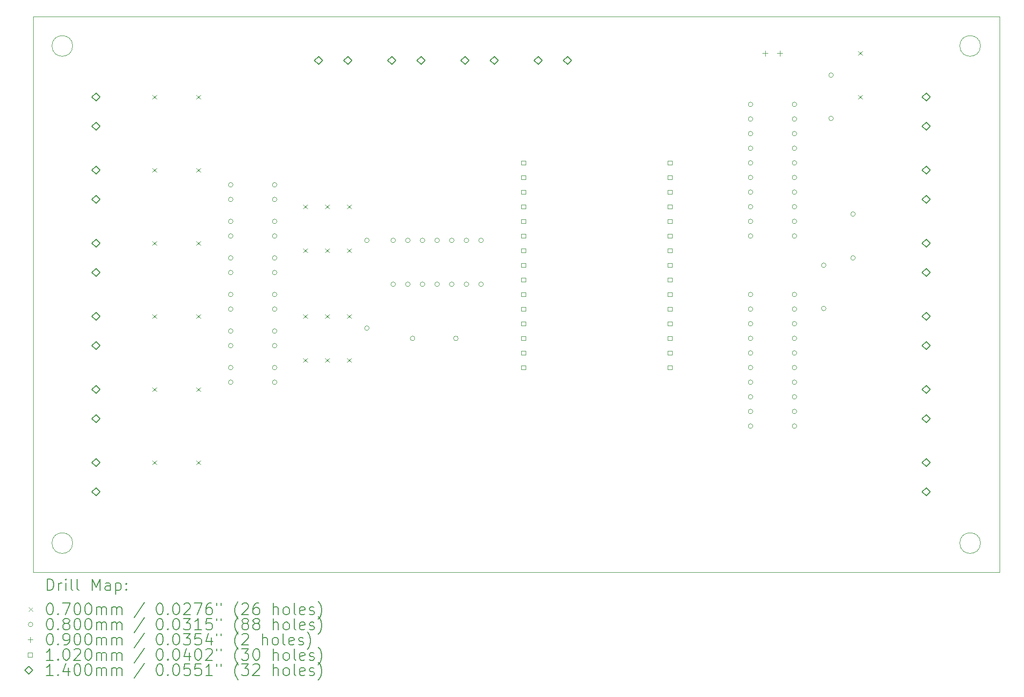
<source format=gbr>
%TF.GenerationSoftware,KiCad,Pcbnew,7.0.1-3b83917a11~171~ubuntu20.04.1*%
%TF.CreationDate,2023-03-14T09:38:24+01:00*%
%TF.ProjectId,FluidNC-BOB v1.1,466c7569-644e-4432-9d42-4f422076312e,rev?*%
%TF.SameCoordinates,Original*%
%TF.FileFunction,Drillmap*%
%TF.FilePolarity,Positive*%
%FSLAX45Y45*%
G04 Gerber Fmt 4.5, Leading zero omitted, Abs format (unit mm)*
G04 Created by KiCad (PCBNEW 7.0.1-3b83917a11~171~ubuntu20.04.1) date 2023-03-14 09:38:24*
%MOMM*%
%LPD*%
G01*
G04 APERTURE LIST*
%ADD10C,0.050000*%
%ADD11C,0.200000*%
%ADD12C,0.070000*%
%ADD13C,0.080000*%
%ADD14C,0.090000*%
%ADD15C,0.102000*%
%ADD16C,0.140000*%
G04 APERTURE END LIST*
D10*
X5080000Y-13081000D02*
X5080000Y-3429000D01*
X5767605Y-3937000D02*
G75*
G03*
X5767605Y-3937000I-179605J0D01*
G01*
X21844000Y-3429000D02*
X21844000Y-13081000D01*
X21515605Y-12573000D02*
G75*
G03*
X21515605Y-12573000I-179605J0D01*
G01*
X5767605Y-12573000D02*
G75*
G03*
X5767605Y-12573000I-179605J0D01*
G01*
X21515605Y-3937000D02*
G75*
G03*
X21515605Y-3937000I-179605J0D01*
G01*
X5080000Y-3429000D02*
X21844000Y-3429000D01*
X21844000Y-13081000D02*
X5080000Y-13081000D01*
D11*
D12*
X7153200Y-4791000D02*
X7223200Y-4861000D01*
X7223200Y-4791000D02*
X7153200Y-4861000D01*
X7153200Y-6061000D02*
X7223200Y-6131000D01*
X7223200Y-6061000D02*
X7153200Y-6131000D01*
X7153200Y-7331000D02*
X7223200Y-7401000D01*
X7223200Y-7331000D02*
X7153200Y-7401000D01*
X7153200Y-8601000D02*
X7223200Y-8671000D01*
X7223200Y-8601000D02*
X7153200Y-8671000D01*
X7153200Y-9871000D02*
X7223200Y-9941000D01*
X7223200Y-9871000D02*
X7153200Y-9941000D01*
X7153200Y-11141000D02*
X7223200Y-11211000D01*
X7223200Y-11141000D02*
X7153200Y-11211000D01*
X7915200Y-4791000D02*
X7985200Y-4861000D01*
X7985200Y-4791000D02*
X7915200Y-4861000D01*
X7915200Y-6061000D02*
X7985200Y-6131000D01*
X7985200Y-6061000D02*
X7915200Y-6131000D01*
X7915200Y-7331000D02*
X7985200Y-7401000D01*
X7985200Y-7331000D02*
X7915200Y-7401000D01*
X7915200Y-8601000D02*
X7985200Y-8671000D01*
X7985200Y-8601000D02*
X7915200Y-8671000D01*
X7915200Y-9871000D02*
X7985200Y-9941000D01*
X7985200Y-9871000D02*
X7915200Y-9941000D01*
X7915200Y-11141000D02*
X7985200Y-11211000D01*
X7985200Y-11141000D02*
X7915200Y-11211000D01*
X9769400Y-6696000D02*
X9839400Y-6766000D01*
X9839400Y-6696000D02*
X9769400Y-6766000D01*
X9769400Y-7458000D02*
X9839400Y-7528000D01*
X9839400Y-7458000D02*
X9769400Y-7528000D01*
X9769400Y-8601000D02*
X9839400Y-8671000D01*
X9839400Y-8601000D02*
X9769400Y-8671000D01*
X9769400Y-9363000D02*
X9839400Y-9433000D01*
X9839400Y-9363000D02*
X9769400Y-9433000D01*
X10150400Y-6696000D02*
X10220400Y-6766000D01*
X10220400Y-6696000D02*
X10150400Y-6766000D01*
X10150400Y-7458000D02*
X10220400Y-7528000D01*
X10220400Y-7458000D02*
X10150400Y-7528000D01*
X10150400Y-8601000D02*
X10220400Y-8671000D01*
X10220400Y-8601000D02*
X10150400Y-8671000D01*
X10150400Y-9363000D02*
X10220400Y-9433000D01*
X10220400Y-9363000D02*
X10150400Y-9433000D01*
X10531400Y-6696000D02*
X10601400Y-6766000D01*
X10601400Y-6696000D02*
X10531400Y-6766000D01*
X10531400Y-7458000D02*
X10601400Y-7528000D01*
X10601400Y-7458000D02*
X10531400Y-7528000D01*
X10531400Y-8601000D02*
X10601400Y-8671000D01*
X10601400Y-8601000D02*
X10531400Y-8671000D01*
X10531400Y-9363000D02*
X10601400Y-9433000D01*
X10601400Y-9363000D02*
X10531400Y-9433000D01*
X19396000Y-4029000D02*
X19466000Y-4099000D01*
X19466000Y-4029000D02*
X19396000Y-4099000D01*
X19396000Y-4791000D02*
X19466000Y-4861000D01*
X19466000Y-4791000D02*
X19396000Y-4861000D01*
D13*
X8549000Y-6350000D02*
G75*
G03*
X8549000Y-6350000I-40000J0D01*
G01*
X8549000Y-6604000D02*
G75*
G03*
X8549000Y-6604000I-40000J0D01*
G01*
X8549000Y-6985000D02*
G75*
G03*
X8549000Y-6985000I-40000J0D01*
G01*
X8549000Y-7239000D02*
G75*
G03*
X8549000Y-7239000I-40000J0D01*
G01*
X8549000Y-7620000D02*
G75*
G03*
X8549000Y-7620000I-40000J0D01*
G01*
X8549000Y-7874000D02*
G75*
G03*
X8549000Y-7874000I-40000J0D01*
G01*
X8549000Y-8255000D02*
G75*
G03*
X8549000Y-8255000I-40000J0D01*
G01*
X8549000Y-8509000D02*
G75*
G03*
X8549000Y-8509000I-40000J0D01*
G01*
X8549000Y-8890000D02*
G75*
G03*
X8549000Y-8890000I-40000J0D01*
G01*
X8549000Y-9144000D02*
G75*
G03*
X8549000Y-9144000I-40000J0D01*
G01*
X8549000Y-9525000D02*
G75*
G03*
X8549000Y-9525000I-40000J0D01*
G01*
X8549000Y-9779000D02*
G75*
G03*
X8549000Y-9779000I-40000J0D01*
G01*
X9311000Y-6350000D02*
G75*
G03*
X9311000Y-6350000I-40000J0D01*
G01*
X9311000Y-6604000D02*
G75*
G03*
X9311000Y-6604000I-40000J0D01*
G01*
X9311000Y-6985000D02*
G75*
G03*
X9311000Y-6985000I-40000J0D01*
G01*
X9311000Y-7239000D02*
G75*
G03*
X9311000Y-7239000I-40000J0D01*
G01*
X9311000Y-7620000D02*
G75*
G03*
X9311000Y-7620000I-40000J0D01*
G01*
X9311000Y-7874000D02*
G75*
G03*
X9311000Y-7874000I-40000J0D01*
G01*
X9311000Y-8255000D02*
G75*
G03*
X9311000Y-8255000I-40000J0D01*
G01*
X9311000Y-8509000D02*
G75*
G03*
X9311000Y-8509000I-40000J0D01*
G01*
X9311000Y-8890000D02*
G75*
G03*
X9311000Y-8890000I-40000J0D01*
G01*
X9311000Y-9144000D02*
G75*
G03*
X9311000Y-9144000I-40000J0D01*
G01*
X9311000Y-9525000D02*
G75*
G03*
X9311000Y-9525000I-40000J0D01*
G01*
X9311000Y-9779000D02*
G75*
G03*
X9311000Y-9779000I-40000J0D01*
G01*
X10911200Y-7315200D02*
G75*
G03*
X10911200Y-7315200I-40000J0D01*
G01*
X10911200Y-8839200D02*
G75*
G03*
X10911200Y-8839200I-40000J0D01*
G01*
X11367900Y-7314200D02*
G75*
G03*
X11367900Y-7314200I-40000J0D01*
G01*
X11367900Y-8076200D02*
G75*
G03*
X11367900Y-8076200I-40000J0D01*
G01*
X11621900Y-7314200D02*
G75*
G03*
X11621900Y-7314200I-40000J0D01*
G01*
X11621900Y-8076200D02*
G75*
G03*
X11621900Y-8076200I-40000J0D01*
G01*
X11704600Y-9017000D02*
G75*
G03*
X11704600Y-9017000I-40000J0D01*
G01*
X11875900Y-7314200D02*
G75*
G03*
X11875900Y-7314200I-40000J0D01*
G01*
X11875900Y-8076200D02*
G75*
G03*
X11875900Y-8076200I-40000J0D01*
G01*
X12129900Y-7314200D02*
G75*
G03*
X12129900Y-7314200I-40000J0D01*
G01*
X12129900Y-8076200D02*
G75*
G03*
X12129900Y-8076200I-40000J0D01*
G01*
X12383900Y-7314200D02*
G75*
G03*
X12383900Y-7314200I-40000J0D01*
G01*
X12383900Y-8076200D02*
G75*
G03*
X12383900Y-8076200I-40000J0D01*
G01*
X12454600Y-9017000D02*
G75*
G03*
X12454600Y-9017000I-40000J0D01*
G01*
X12637900Y-7314200D02*
G75*
G03*
X12637900Y-7314200I-40000J0D01*
G01*
X12637900Y-8076200D02*
G75*
G03*
X12637900Y-8076200I-40000J0D01*
G01*
X12891900Y-7314200D02*
G75*
G03*
X12891900Y-7314200I-40000J0D01*
G01*
X12891900Y-8076200D02*
G75*
G03*
X12891900Y-8076200I-40000J0D01*
G01*
X17566000Y-4953000D02*
G75*
G03*
X17566000Y-4953000I-40000J0D01*
G01*
X17566000Y-5207000D02*
G75*
G03*
X17566000Y-5207000I-40000J0D01*
G01*
X17566000Y-5461000D02*
G75*
G03*
X17566000Y-5461000I-40000J0D01*
G01*
X17566000Y-5715000D02*
G75*
G03*
X17566000Y-5715000I-40000J0D01*
G01*
X17566000Y-5969000D02*
G75*
G03*
X17566000Y-5969000I-40000J0D01*
G01*
X17566000Y-6223000D02*
G75*
G03*
X17566000Y-6223000I-40000J0D01*
G01*
X17566000Y-6477000D02*
G75*
G03*
X17566000Y-6477000I-40000J0D01*
G01*
X17566000Y-6731000D02*
G75*
G03*
X17566000Y-6731000I-40000J0D01*
G01*
X17566000Y-6985000D02*
G75*
G03*
X17566000Y-6985000I-40000J0D01*
G01*
X17566000Y-7239000D02*
G75*
G03*
X17566000Y-7239000I-40000J0D01*
G01*
X17566000Y-8255000D02*
G75*
G03*
X17566000Y-8255000I-40000J0D01*
G01*
X17566000Y-8509000D02*
G75*
G03*
X17566000Y-8509000I-40000J0D01*
G01*
X17566000Y-8763000D02*
G75*
G03*
X17566000Y-8763000I-40000J0D01*
G01*
X17566000Y-9017000D02*
G75*
G03*
X17566000Y-9017000I-40000J0D01*
G01*
X17566000Y-9271000D02*
G75*
G03*
X17566000Y-9271000I-40000J0D01*
G01*
X17566000Y-9525000D02*
G75*
G03*
X17566000Y-9525000I-40000J0D01*
G01*
X17566000Y-9779000D02*
G75*
G03*
X17566000Y-9779000I-40000J0D01*
G01*
X17566000Y-10033000D02*
G75*
G03*
X17566000Y-10033000I-40000J0D01*
G01*
X17566000Y-10287000D02*
G75*
G03*
X17566000Y-10287000I-40000J0D01*
G01*
X17566000Y-10541000D02*
G75*
G03*
X17566000Y-10541000I-40000J0D01*
G01*
X18328000Y-4953000D02*
G75*
G03*
X18328000Y-4953000I-40000J0D01*
G01*
X18328000Y-5207000D02*
G75*
G03*
X18328000Y-5207000I-40000J0D01*
G01*
X18328000Y-5461000D02*
G75*
G03*
X18328000Y-5461000I-40000J0D01*
G01*
X18328000Y-5715000D02*
G75*
G03*
X18328000Y-5715000I-40000J0D01*
G01*
X18328000Y-5969000D02*
G75*
G03*
X18328000Y-5969000I-40000J0D01*
G01*
X18328000Y-6223000D02*
G75*
G03*
X18328000Y-6223000I-40000J0D01*
G01*
X18328000Y-6477000D02*
G75*
G03*
X18328000Y-6477000I-40000J0D01*
G01*
X18328000Y-6731000D02*
G75*
G03*
X18328000Y-6731000I-40000J0D01*
G01*
X18328000Y-6985000D02*
G75*
G03*
X18328000Y-6985000I-40000J0D01*
G01*
X18328000Y-7239000D02*
G75*
G03*
X18328000Y-7239000I-40000J0D01*
G01*
X18328000Y-8255000D02*
G75*
G03*
X18328000Y-8255000I-40000J0D01*
G01*
X18328000Y-8509000D02*
G75*
G03*
X18328000Y-8509000I-40000J0D01*
G01*
X18328000Y-8763000D02*
G75*
G03*
X18328000Y-8763000I-40000J0D01*
G01*
X18328000Y-9017000D02*
G75*
G03*
X18328000Y-9017000I-40000J0D01*
G01*
X18328000Y-9271000D02*
G75*
G03*
X18328000Y-9271000I-40000J0D01*
G01*
X18328000Y-9525000D02*
G75*
G03*
X18328000Y-9525000I-40000J0D01*
G01*
X18328000Y-9779000D02*
G75*
G03*
X18328000Y-9779000I-40000J0D01*
G01*
X18328000Y-10033000D02*
G75*
G03*
X18328000Y-10033000I-40000J0D01*
G01*
X18328000Y-10287000D02*
G75*
G03*
X18328000Y-10287000I-40000J0D01*
G01*
X18328000Y-10541000D02*
G75*
G03*
X18328000Y-10541000I-40000J0D01*
G01*
X18836000Y-7747000D02*
G75*
G03*
X18836000Y-7747000I-40000J0D01*
G01*
X18836000Y-8497000D02*
G75*
G03*
X18836000Y-8497000I-40000J0D01*
G01*
X18963000Y-4445000D02*
G75*
G03*
X18963000Y-4445000I-40000J0D01*
G01*
X18963000Y-5195000D02*
G75*
G03*
X18963000Y-5195000I-40000J0D01*
G01*
X19344000Y-6858000D02*
G75*
G03*
X19344000Y-6858000I-40000J0D01*
G01*
X19344000Y-7620000D02*
G75*
G03*
X19344000Y-7620000I-40000J0D01*
G01*
D14*
X17780000Y-4019000D02*
X17780000Y-4109000D01*
X17735000Y-4064000D02*
X17825000Y-4064000D01*
X18034000Y-4019000D02*
X18034000Y-4109000D01*
X17989000Y-4064000D02*
X18079000Y-4064000D01*
D15*
X13625063Y-6005063D02*
X13625063Y-5932937D01*
X13552937Y-5932937D01*
X13552937Y-6005063D01*
X13625063Y-6005063D01*
X13625063Y-6259063D02*
X13625063Y-6186937D01*
X13552937Y-6186937D01*
X13552937Y-6259063D01*
X13625063Y-6259063D01*
X13625063Y-6513063D02*
X13625063Y-6440937D01*
X13552937Y-6440937D01*
X13552937Y-6513063D01*
X13625063Y-6513063D01*
X13625063Y-6767063D02*
X13625063Y-6694937D01*
X13552937Y-6694937D01*
X13552937Y-6767063D01*
X13625063Y-6767063D01*
X13625063Y-7021063D02*
X13625063Y-6948937D01*
X13552937Y-6948937D01*
X13552937Y-7021063D01*
X13625063Y-7021063D01*
X13625063Y-7275063D02*
X13625063Y-7202937D01*
X13552937Y-7202937D01*
X13552937Y-7275063D01*
X13625063Y-7275063D01*
X13625063Y-7529063D02*
X13625063Y-7456937D01*
X13552937Y-7456937D01*
X13552937Y-7529063D01*
X13625063Y-7529063D01*
X13625063Y-7783063D02*
X13625063Y-7710937D01*
X13552937Y-7710937D01*
X13552937Y-7783063D01*
X13625063Y-7783063D01*
X13625063Y-8037063D02*
X13625063Y-7964937D01*
X13552937Y-7964937D01*
X13552937Y-8037063D01*
X13625063Y-8037063D01*
X13625063Y-8291063D02*
X13625063Y-8218937D01*
X13552937Y-8218937D01*
X13552937Y-8291063D01*
X13625063Y-8291063D01*
X13625063Y-8545063D02*
X13625063Y-8472937D01*
X13552937Y-8472937D01*
X13552937Y-8545063D01*
X13625063Y-8545063D01*
X13625063Y-8799063D02*
X13625063Y-8726937D01*
X13552937Y-8726937D01*
X13552937Y-8799063D01*
X13625063Y-8799063D01*
X13625063Y-9053063D02*
X13625063Y-8980937D01*
X13552937Y-8980937D01*
X13552937Y-9053063D01*
X13625063Y-9053063D01*
X13625063Y-9307063D02*
X13625063Y-9234937D01*
X13552937Y-9234937D01*
X13552937Y-9307063D01*
X13625063Y-9307063D01*
X13625063Y-9561063D02*
X13625063Y-9488937D01*
X13552937Y-9488937D01*
X13552937Y-9561063D01*
X13625063Y-9561063D01*
X16165063Y-6005063D02*
X16165063Y-5932937D01*
X16092937Y-5932937D01*
X16092937Y-6005063D01*
X16165063Y-6005063D01*
X16165063Y-6259063D02*
X16165063Y-6186937D01*
X16092937Y-6186937D01*
X16092937Y-6259063D01*
X16165063Y-6259063D01*
X16165063Y-6513063D02*
X16165063Y-6440937D01*
X16092937Y-6440937D01*
X16092937Y-6513063D01*
X16165063Y-6513063D01*
X16165063Y-6767063D02*
X16165063Y-6694937D01*
X16092937Y-6694937D01*
X16092937Y-6767063D01*
X16165063Y-6767063D01*
X16165063Y-7021063D02*
X16165063Y-6948937D01*
X16092937Y-6948937D01*
X16092937Y-7021063D01*
X16165063Y-7021063D01*
X16165063Y-7275063D02*
X16165063Y-7202937D01*
X16092937Y-7202937D01*
X16092937Y-7275063D01*
X16165063Y-7275063D01*
X16165063Y-7529063D02*
X16165063Y-7456937D01*
X16092937Y-7456937D01*
X16092937Y-7529063D01*
X16165063Y-7529063D01*
X16165063Y-7783063D02*
X16165063Y-7710937D01*
X16092937Y-7710937D01*
X16092937Y-7783063D01*
X16165063Y-7783063D01*
X16165063Y-8037063D02*
X16165063Y-7964937D01*
X16092937Y-7964937D01*
X16092937Y-8037063D01*
X16165063Y-8037063D01*
X16165063Y-8291063D02*
X16165063Y-8218937D01*
X16092937Y-8218937D01*
X16092937Y-8291063D01*
X16165063Y-8291063D01*
X16165063Y-8545063D02*
X16165063Y-8472937D01*
X16092937Y-8472937D01*
X16092937Y-8545063D01*
X16165063Y-8545063D01*
X16165063Y-8799063D02*
X16165063Y-8726937D01*
X16092937Y-8726937D01*
X16092937Y-8799063D01*
X16165063Y-8799063D01*
X16165063Y-9053063D02*
X16165063Y-8980937D01*
X16092937Y-8980937D01*
X16092937Y-9053063D01*
X16165063Y-9053063D01*
X16165063Y-9307063D02*
X16165063Y-9234937D01*
X16092937Y-9234937D01*
X16092937Y-9307063D01*
X16165063Y-9307063D01*
X16165063Y-9561063D02*
X16165063Y-9488937D01*
X16092937Y-9488937D01*
X16092937Y-9561063D01*
X16165063Y-9561063D01*
D16*
X6172200Y-4896000D02*
X6242200Y-4826000D01*
X6172200Y-4756000D01*
X6102200Y-4826000D01*
X6172200Y-4896000D01*
X6172200Y-5404000D02*
X6242200Y-5334000D01*
X6172200Y-5264000D01*
X6102200Y-5334000D01*
X6172200Y-5404000D01*
X6172200Y-6166000D02*
X6242200Y-6096000D01*
X6172200Y-6026000D01*
X6102200Y-6096000D01*
X6172200Y-6166000D01*
X6172200Y-6674000D02*
X6242200Y-6604000D01*
X6172200Y-6534000D01*
X6102200Y-6604000D01*
X6172200Y-6674000D01*
X6172200Y-7436000D02*
X6242200Y-7366000D01*
X6172200Y-7296000D01*
X6102200Y-7366000D01*
X6172200Y-7436000D01*
X6172200Y-7944000D02*
X6242200Y-7874000D01*
X6172200Y-7804000D01*
X6102200Y-7874000D01*
X6172200Y-7944000D01*
X6172200Y-8706000D02*
X6242200Y-8636000D01*
X6172200Y-8566000D01*
X6102200Y-8636000D01*
X6172200Y-8706000D01*
X6172200Y-9214000D02*
X6242200Y-9144000D01*
X6172200Y-9074000D01*
X6102200Y-9144000D01*
X6172200Y-9214000D01*
X6172200Y-9976000D02*
X6242200Y-9906000D01*
X6172200Y-9836000D01*
X6102200Y-9906000D01*
X6172200Y-9976000D01*
X6172200Y-10484000D02*
X6242200Y-10414000D01*
X6172200Y-10344000D01*
X6102200Y-10414000D01*
X6172200Y-10484000D01*
X6172200Y-11246000D02*
X6242200Y-11176000D01*
X6172200Y-11106000D01*
X6102200Y-11176000D01*
X6172200Y-11246000D01*
X6172200Y-11754000D02*
X6242200Y-11684000D01*
X6172200Y-11614000D01*
X6102200Y-11684000D01*
X6172200Y-11754000D01*
X10033000Y-4261000D02*
X10103000Y-4191000D01*
X10033000Y-4121000D01*
X9963000Y-4191000D01*
X10033000Y-4261000D01*
X10541000Y-4261000D02*
X10611000Y-4191000D01*
X10541000Y-4121000D01*
X10471000Y-4191000D01*
X10541000Y-4261000D01*
X11303000Y-4261000D02*
X11373000Y-4191000D01*
X11303000Y-4121000D01*
X11233000Y-4191000D01*
X11303000Y-4261000D01*
X11811000Y-4261000D02*
X11881000Y-4191000D01*
X11811000Y-4121000D01*
X11741000Y-4191000D01*
X11811000Y-4261000D01*
X12573000Y-4261000D02*
X12643000Y-4191000D01*
X12573000Y-4121000D01*
X12503000Y-4191000D01*
X12573000Y-4261000D01*
X13081000Y-4261000D02*
X13151000Y-4191000D01*
X13081000Y-4121000D01*
X13011000Y-4191000D01*
X13081000Y-4261000D01*
X13843000Y-4261000D02*
X13913000Y-4191000D01*
X13843000Y-4121000D01*
X13773000Y-4191000D01*
X13843000Y-4261000D01*
X14351000Y-4261000D02*
X14421000Y-4191000D01*
X14351000Y-4121000D01*
X14281000Y-4191000D01*
X14351000Y-4261000D01*
X20574000Y-4896000D02*
X20644000Y-4826000D01*
X20574000Y-4756000D01*
X20504000Y-4826000D01*
X20574000Y-4896000D01*
X20574000Y-5404000D02*
X20644000Y-5334000D01*
X20574000Y-5264000D01*
X20504000Y-5334000D01*
X20574000Y-5404000D01*
X20574000Y-6166000D02*
X20644000Y-6096000D01*
X20574000Y-6026000D01*
X20504000Y-6096000D01*
X20574000Y-6166000D01*
X20574000Y-6674000D02*
X20644000Y-6604000D01*
X20574000Y-6534000D01*
X20504000Y-6604000D01*
X20574000Y-6674000D01*
X20574000Y-7436000D02*
X20644000Y-7366000D01*
X20574000Y-7296000D01*
X20504000Y-7366000D01*
X20574000Y-7436000D01*
X20574000Y-7944000D02*
X20644000Y-7874000D01*
X20574000Y-7804000D01*
X20504000Y-7874000D01*
X20574000Y-7944000D01*
X20574000Y-8706000D02*
X20644000Y-8636000D01*
X20574000Y-8566000D01*
X20504000Y-8636000D01*
X20574000Y-8706000D01*
X20574000Y-9214000D02*
X20644000Y-9144000D01*
X20574000Y-9074000D01*
X20504000Y-9144000D01*
X20574000Y-9214000D01*
X20574000Y-9976000D02*
X20644000Y-9906000D01*
X20574000Y-9836000D01*
X20504000Y-9906000D01*
X20574000Y-9976000D01*
X20574000Y-10484000D02*
X20644000Y-10414000D01*
X20574000Y-10344000D01*
X20504000Y-10414000D01*
X20574000Y-10484000D01*
X20574000Y-11246000D02*
X20644000Y-11176000D01*
X20574000Y-11106000D01*
X20504000Y-11176000D01*
X20574000Y-11246000D01*
X20574000Y-11754000D02*
X20644000Y-11684000D01*
X20574000Y-11614000D01*
X20504000Y-11684000D01*
X20574000Y-11754000D01*
D11*
X5325119Y-13396024D02*
X5325119Y-13196024D01*
X5325119Y-13196024D02*
X5372738Y-13196024D01*
X5372738Y-13196024D02*
X5401310Y-13205548D01*
X5401310Y-13205548D02*
X5420357Y-13224595D01*
X5420357Y-13224595D02*
X5429881Y-13243643D01*
X5429881Y-13243643D02*
X5439405Y-13281738D01*
X5439405Y-13281738D02*
X5439405Y-13310309D01*
X5439405Y-13310309D02*
X5429881Y-13348405D01*
X5429881Y-13348405D02*
X5420357Y-13367452D01*
X5420357Y-13367452D02*
X5401310Y-13386500D01*
X5401310Y-13386500D02*
X5372738Y-13396024D01*
X5372738Y-13396024D02*
X5325119Y-13396024D01*
X5525119Y-13396024D02*
X5525119Y-13262690D01*
X5525119Y-13300786D02*
X5534643Y-13281738D01*
X5534643Y-13281738D02*
X5544167Y-13272214D01*
X5544167Y-13272214D02*
X5563214Y-13262690D01*
X5563214Y-13262690D02*
X5582262Y-13262690D01*
X5648928Y-13396024D02*
X5648928Y-13262690D01*
X5648928Y-13196024D02*
X5639405Y-13205548D01*
X5639405Y-13205548D02*
X5648928Y-13215071D01*
X5648928Y-13215071D02*
X5658452Y-13205548D01*
X5658452Y-13205548D02*
X5648928Y-13196024D01*
X5648928Y-13196024D02*
X5648928Y-13215071D01*
X5772738Y-13396024D02*
X5753690Y-13386500D01*
X5753690Y-13386500D02*
X5744167Y-13367452D01*
X5744167Y-13367452D02*
X5744167Y-13196024D01*
X5877500Y-13396024D02*
X5858452Y-13386500D01*
X5858452Y-13386500D02*
X5848928Y-13367452D01*
X5848928Y-13367452D02*
X5848928Y-13196024D01*
X6106071Y-13396024D02*
X6106071Y-13196024D01*
X6106071Y-13196024D02*
X6172738Y-13338881D01*
X6172738Y-13338881D02*
X6239405Y-13196024D01*
X6239405Y-13196024D02*
X6239405Y-13396024D01*
X6420357Y-13396024D02*
X6420357Y-13291262D01*
X6420357Y-13291262D02*
X6410833Y-13272214D01*
X6410833Y-13272214D02*
X6391786Y-13262690D01*
X6391786Y-13262690D02*
X6353690Y-13262690D01*
X6353690Y-13262690D02*
X6334643Y-13272214D01*
X6420357Y-13386500D02*
X6401309Y-13396024D01*
X6401309Y-13396024D02*
X6353690Y-13396024D01*
X6353690Y-13396024D02*
X6334643Y-13386500D01*
X6334643Y-13386500D02*
X6325119Y-13367452D01*
X6325119Y-13367452D02*
X6325119Y-13348405D01*
X6325119Y-13348405D02*
X6334643Y-13329357D01*
X6334643Y-13329357D02*
X6353690Y-13319833D01*
X6353690Y-13319833D02*
X6401309Y-13319833D01*
X6401309Y-13319833D02*
X6420357Y-13310309D01*
X6515595Y-13262690D02*
X6515595Y-13462690D01*
X6515595Y-13272214D02*
X6534643Y-13262690D01*
X6534643Y-13262690D02*
X6572738Y-13262690D01*
X6572738Y-13262690D02*
X6591786Y-13272214D01*
X6591786Y-13272214D02*
X6601309Y-13281738D01*
X6601309Y-13281738D02*
X6610833Y-13300786D01*
X6610833Y-13300786D02*
X6610833Y-13357928D01*
X6610833Y-13357928D02*
X6601309Y-13376976D01*
X6601309Y-13376976D02*
X6591786Y-13386500D01*
X6591786Y-13386500D02*
X6572738Y-13396024D01*
X6572738Y-13396024D02*
X6534643Y-13396024D01*
X6534643Y-13396024D02*
X6515595Y-13386500D01*
X6696548Y-13376976D02*
X6706071Y-13386500D01*
X6706071Y-13386500D02*
X6696548Y-13396024D01*
X6696548Y-13396024D02*
X6687024Y-13386500D01*
X6687024Y-13386500D02*
X6696548Y-13376976D01*
X6696548Y-13376976D02*
X6696548Y-13396024D01*
X6696548Y-13272214D02*
X6706071Y-13281738D01*
X6706071Y-13281738D02*
X6696548Y-13291262D01*
X6696548Y-13291262D02*
X6687024Y-13281738D01*
X6687024Y-13281738D02*
X6696548Y-13272214D01*
X6696548Y-13272214D02*
X6696548Y-13291262D01*
D12*
X5007500Y-13688500D02*
X5077500Y-13758500D01*
X5077500Y-13688500D02*
X5007500Y-13758500D01*
D11*
X5363214Y-13616024D02*
X5382262Y-13616024D01*
X5382262Y-13616024D02*
X5401310Y-13625548D01*
X5401310Y-13625548D02*
X5410833Y-13635071D01*
X5410833Y-13635071D02*
X5420357Y-13654119D01*
X5420357Y-13654119D02*
X5429881Y-13692214D01*
X5429881Y-13692214D02*
X5429881Y-13739833D01*
X5429881Y-13739833D02*
X5420357Y-13777928D01*
X5420357Y-13777928D02*
X5410833Y-13796976D01*
X5410833Y-13796976D02*
X5401310Y-13806500D01*
X5401310Y-13806500D02*
X5382262Y-13816024D01*
X5382262Y-13816024D02*
X5363214Y-13816024D01*
X5363214Y-13816024D02*
X5344167Y-13806500D01*
X5344167Y-13806500D02*
X5334643Y-13796976D01*
X5334643Y-13796976D02*
X5325119Y-13777928D01*
X5325119Y-13777928D02*
X5315595Y-13739833D01*
X5315595Y-13739833D02*
X5315595Y-13692214D01*
X5315595Y-13692214D02*
X5325119Y-13654119D01*
X5325119Y-13654119D02*
X5334643Y-13635071D01*
X5334643Y-13635071D02*
X5344167Y-13625548D01*
X5344167Y-13625548D02*
X5363214Y-13616024D01*
X5515595Y-13796976D02*
X5525119Y-13806500D01*
X5525119Y-13806500D02*
X5515595Y-13816024D01*
X5515595Y-13816024D02*
X5506071Y-13806500D01*
X5506071Y-13806500D02*
X5515595Y-13796976D01*
X5515595Y-13796976D02*
X5515595Y-13816024D01*
X5591786Y-13616024D02*
X5725119Y-13616024D01*
X5725119Y-13616024D02*
X5639405Y-13816024D01*
X5839405Y-13616024D02*
X5858452Y-13616024D01*
X5858452Y-13616024D02*
X5877500Y-13625548D01*
X5877500Y-13625548D02*
X5887024Y-13635071D01*
X5887024Y-13635071D02*
X5896548Y-13654119D01*
X5896548Y-13654119D02*
X5906071Y-13692214D01*
X5906071Y-13692214D02*
X5906071Y-13739833D01*
X5906071Y-13739833D02*
X5896548Y-13777928D01*
X5896548Y-13777928D02*
X5887024Y-13796976D01*
X5887024Y-13796976D02*
X5877500Y-13806500D01*
X5877500Y-13806500D02*
X5858452Y-13816024D01*
X5858452Y-13816024D02*
X5839405Y-13816024D01*
X5839405Y-13816024D02*
X5820357Y-13806500D01*
X5820357Y-13806500D02*
X5810833Y-13796976D01*
X5810833Y-13796976D02*
X5801309Y-13777928D01*
X5801309Y-13777928D02*
X5791786Y-13739833D01*
X5791786Y-13739833D02*
X5791786Y-13692214D01*
X5791786Y-13692214D02*
X5801309Y-13654119D01*
X5801309Y-13654119D02*
X5810833Y-13635071D01*
X5810833Y-13635071D02*
X5820357Y-13625548D01*
X5820357Y-13625548D02*
X5839405Y-13616024D01*
X6029881Y-13616024D02*
X6048929Y-13616024D01*
X6048929Y-13616024D02*
X6067976Y-13625548D01*
X6067976Y-13625548D02*
X6077500Y-13635071D01*
X6077500Y-13635071D02*
X6087024Y-13654119D01*
X6087024Y-13654119D02*
X6096548Y-13692214D01*
X6096548Y-13692214D02*
X6096548Y-13739833D01*
X6096548Y-13739833D02*
X6087024Y-13777928D01*
X6087024Y-13777928D02*
X6077500Y-13796976D01*
X6077500Y-13796976D02*
X6067976Y-13806500D01*
X6067976Y-13806500D02*
X6048929Y-13816024D01*
X6048929Y-13816024D02*
X6029881Y-13816024D01*
X6029881Y-13816024D02*
X6010833Y-13806500D01*
X6010833Y-13806500D02*
X6001309Y-13796976D01*
X6001309Y-13796976D02*
X5991786Y-13777928D01*
X5991786Y-13777928D02*
X5982262Y-13739833D01*
X5982262Y-13739833D02*
X5982262Y-13692214D01*
X5982262Y-13692214D02*
X5991786Y-13654119D01*
X5991786Y-13654119D02*
X6001309Y-13635071D01*
X6001309Y-13635071D02*
X6010833Y-13625548D01*
X6010833Y-13625548D02*
X6029881Y-13616024D01*
X6182262Y-13816024D02*
X6182262Y-13682690D01*
X6182262Y-13701738D02*
X6191786Y-13692214D01*
X6191786Y-13692214D02*
X6210833Y-13682690D01*
X6210833Y-13682690D02*
X6239405Y-13682690D01*
X6239405Y-13682690D02*
X6258452Y-13692214D01*
X6258452Y-13692214D02*
X6267976Y-13711262D01*
X6267976Y-13711262D02*
X6267976Y-13816024D01*
X6267976Y-13711262D02*
X6277500Y-13692214D01*
X6277500Y-13692214D02*
X6296548Y-13682690D01*
X6296548Y-13682690D02*
X6325119Y-13682690D01*
X6325119Y-13682690D02*
X6344167Y-13692214D01*
X6344167Y-13692214D02*
X6353690Y-13711262D01*
X6353690Y-13711262D02*
X6353690Y-13816024D01*
X6448929Y-13816024D02*
X6448929Y-13682690D01*
X6448929Y-13701738D02*
X6458452Y-13692214D01*
X6458452Y-13692214D02*
X6477500Y-13682690D01*
X6477500Y-13682690D02*
X6506071Y-13682690D01*
X6506071Y-13682690D02*
X6525119Y-13692214D01*
X6525119Y-13692214D02*
X6534643Y-13711262D01*
X6534643Y-13711262D02*
X6534643Y-13816024D01*
X6534643Y-13711262D02*
X6544167Y-13692214D01*
X6544167Y-13692214D02*
X6563214Y-13682690D01*
X6563214Y-13682690D02*
X6591786Y-13682690D01*
X6591786Y-13682690D02*
X6610833Y-13692214D01*
X6610833Y-13692214D02*
X6620357Y-13711262D01*
X6620357Y-13711262D02*
X6620357Y-13816024D01*
X7010833Y-13606500D02*
X6839405Y-13863643D01*
X7267976Y-13616024D02*
X7287024Y-13616024D01*
X7287024Y-13616024D02*
X7306072Y-13625548D01*
X7306072Y-13625548D02*
X7315595Y-13635071D01*
X7315595Y-13635071D02*
X7325119Y-13654119D01*
X7325119Y-13654119D02*
X7334643Y-13692214D01*
X7334643Y-13692214D02*
X7334643Y-13739833D01*
X7334643Y-13739833D02*
X7325119Y-13777928D01*
X7325119Y-13777928D02*
X7315595Y-13796976D01*
X7315595Y-13796976D02*
X7306072Y-13806500D01*
X7306072Y-13806500D02*
X7287024Y-13816024D01*
X7287024Y-13816024D02*
X7267976Y-13816024D01*
X7267976Y-13816024D02*
X7248929Y-13806500D01*
X7248929Y-13806500D02*
X7239405Y-13796976D01*
X7239405Y-13796976D02*
X7229881Y-13777928D01*
X7229881Y-13777928D02*
X7220357Y-13739833D01*
X7220357Y-13739833D02*
X7220357Y-13692214D01*
X7220357Y-13692214D02*
X7229881Y-13654119D01*
X7229881Y-13654119D02*
X7239405Y-13635071D01*
X7239405Y-13635071D02*
X7248929Y-13625548D01*
X7248929Y-13625548D02*
X7267976Y-13616024D01*
X7420357Y-13796976D02*
X7429881Y-13806500D01*
X7429881Y-13806500D02*
X7420357Y-13816024D01*
X7420357Y-13816024D02*
X7410833Y-13806500D01*
X7410833Y-13806500D02*
X7420357Y-13796976D01*
X7420357Y-13796976D02*
X7420357Y-13816024D01*
X7553691Y-13616024D02*
X7572738Y-13616024D01*
X7572738Y-13616024D02*
X7591786Y-13625548D01*
X7591786Y-13625548D02*
X7601310Y-13635071D01*
X7601310Y-13635071D02*
X7610833Y-13654119D01*
X7610833Y-13654119D02*
X7620357Y-13692214D01*
X7620357Y-13692214D02*
X7620357Y-13739833D01*
X7620357Y-13739833D02*
X7610833Y-13777928D01*
X7610833Y-13777928D02*
X7601310Y-13796976D01*
X7601310Y-13796976D02*
X7591786Y-13806500D01*
X7591786Y-13806500D02*
X7572738Y-13816024D01*
X7572738Y-13816024D02*
X7553691Y-13816024D01*
X7553691Y-13816024D02*
X7534643Y-13806500D01*
X7534643Y-13806500D02*
X7525119Y-13796976D01*
X7525119Y-13796976D02*
X7515595Y-13777928D01*
X7515595Y-13777928D02*
X7506072Y-13739833D01*
X7506072Y-13739833D02*
X7506072Y-13692214D01*
X7506072Y-13692214D02*
X7515595Y-13654119D01*
X7515595Y-13654119D02*
X7525119Y-13635071D01*
X7525119Y-13635071D02*
X7534643Y-13625548D01*
X7534643Y-13625548D02*
X7553691Y-13616024D01*
X7696548Y-13635071D02*
X7706072Y-13625548D01*
X7706072Y-13625548D02*
X7725119Y-13616024D01*
X7725119Y-13616024D02*
X7772738Y-13616024D01*
X7772738Y-13616024D02*
X7791786Y-13625548D01*
X7791786Y-13625548D02*
X7801310Y-13635071D01*
X7801310Y-13635071D02*
X7810833Y-13654119D01*
X7810833Y-13654119D02*
X7810833Y-13673167D01*
X7810833Y-13673167D02*
X7801310Y-13701738D01*
X7801310Y-13701738D02*
X7687024Y-13816024D01*
X7687024Y-13816024D02*
X7810833Y-13816024D01*
X7877500Y-13616024D02*
X8010833Y-13616024D01*
X8010833Y-13616024D02*
X7925119Y-13816024D01*
X8172738Y-13616024D02*
X8134643Y-13616024D01*
X8134643Y-13616024D02*
X8115595Y-13625548D01*
X8115595Y-13625548D02*
X8106072Y-13635071D01*
X8106072Y-13635071D02*
X8087024Y-13663643D01*
X8087024Y-13663643D02*
X8077500Y-13701738D01*
X8077500Y-13701738D02*
X8077500Y-13777928D01*
X8077500Y-13777928D02*
X8087024Y-13796976D01*
X8087024Y-13796976D02*
X8096548Y-13806500D01*
X8096548Y-13806500D02*
X8115595Y-13816024D01*
X8115595Y-13816024D02*
X8153691Y-13816024D01*
X8153691Y-13816024D02*
X8172738Y-13806500D01*
X8172738Y-13806500D02*
X8182262Y-13796976D01*
X8182262Y-13796976D02*
X8191786Y-13777928D01*
X8191786Y-13777928D02*
X8191786Y-13730309D01*
X8191786Y-13730309D02*
X8182262Y-13711262D01*
X8182262Y-13711262D02*
X8172738Y-13701738D01*
X8172738Y-13701738D02*
X8153691Y-13692214D01*
X8153691Y-13692214D02*
X8115595Y-13692214D01*
X8115595Y-13692214D02*
X8096548Y-13701738D01*
X8096548Y-13701738D02*
X8087024Y-13711262D01*
X8087024Y-13711262D02*
X8077500Y-13730309D01*
X8267976Y-13616024D02*
X8267976Y-13654119D01*
X8344167Y-13616024D02*
X8344167Y-13654119D01*
X8639405Y-13892214D02*
X8629881Y-13882690D01*
X8629881Y-13882690D02*
X8610834Y-13854119D01*
X8610834Y-13854119D02*
X8601310Y-13835071D01*
X8601310Y-13835071D02*
X8591786Y-13806500D01*
X8591786Y-13806500D02*
X8582262Y-13758881D01*
X8582262Y-13758881D02*
X8582262Y-13720786D01*
X8582262Y-13720786D02*
X8591786Y-13673167D01*
X8591786Y-13673167D02*
X8601310Y-13644595D01*
X8601310Y-13644595D02*
X8610834Y-13625548D01*
X8610834Y-13625548D02*
X8629881Y-13596976D01*
X8629881Y-13596976D02*
X8639405Y-13587452D01*
X8706072Y-13635071D02*
X8715596Y-13625548D01*
X8715596Y-13625548D02*
X8734643Y-13616024D01*
X8734643Y-13616024D02*
X8782262Y-13616024D01*
X8782262Y-13616024D02*
X8801310Y-13625548D01*
X8801310Y-13625548D02*
X8810834Y-13635071D01*
X8810834Y-13635071D02*
X8820357Y-13654119D01*
X8820357Y-13654119D02*
X8820357Y-13673167D01*
X8820357Y-13673167D02*
X8810834Y-13701738D01*
X8810834Y-13701738D02*
X8696548Y-13816024D01*
X8696548Y-13816024D02*
X8820357Y-13816024D01*
X8991786Y-13616024D02*
X8953691Y-13616024D01*
X8953691Y-13616024D02*
X8934643Y-13625548D01*
X8934643Y-13625548D02*
X8925119Y-13635071D01*
X8925119Y-13635071D02*
X8906072Y-13663643D01*
X8906072Y-13663643D02*
X8896548Y-13701738D01*
X8896548Y-13701738D02*
X8896548Y-13777928D01*
X8896548Y-13777928D02*
X8906072Y-13796976D01*
X8906072Y-13796976D02*
X8915596Y-13806500D01*
X8915596Y-13806500D02*
X8934643Y-13816024D01*
X8934643Y-13816024D02*
X8972738Y-13816024D01*
X8972738Y-13816024D02*
X8991786Y-13806500D01*
X8991786Y-13806500D02*
X9001310Y-13796976D01*
X9001310Y-13796976D02*
X9010834Y-13777928D01*
X9010834Y-13777928D02*
X9010834Y-13730309D01*
X9010834Y-13730309D02*
X9001310Y-13711262D01*
X9001310Y-13711262D02*
X8991786Y-13701738D01*
X8991786Y-13701738D02*
X8972738Y-13692214D01*
X8972738Y-13692214D02*
X8934643Y-13692214D01*
X8934643Y-13692214D02*
X8915596Y-13701738D01*
X8915596Y-13701738D02*
X8906072Y-13711262D01*
X8906072Y-13711262D02*
X8896548Y-13730309D01*
X9248929Y-13816024D02*
X9248929Y-13616024D01*
X9334643Y-13816024D02*
X9334643Y-13711262D01*
X9334643Y-13711262D02*
X9325119Y-13692214D01*
X9325119Y-13692214D02*
X9306072Y-13682690D01*
X9306072Y-13682690D02*
X9277500Y-13682690D01*
X9277500Y-13682690D02*
X9258453Y-13692214D01*
X9258453Y-13692214D02*
X9248929Y-13701738D01*
X9458453Y-13816024D02*
X9439405Y-13806500D01*
X9439405Y-13806500D02*
X9429881Y-13796976D01*
X9429881Y-13796976D02*
X9420358Y-13777928D01*
X9420358Y-13777928D02*
X9420358Y-13720786D01*
X9420358Y-13720786D02*
X9429881Y-13701738D01*
X9429881Y-13701738D02*
X9439405Y-13692214D01*
X9439405Y-13692214D02*
X9458453Y-13682690D01*
X9458453Y-13682690D02*
X9487024Y-13682690D01*
X9487024Y-13682690D02*
X9506072Y-13692214D01*
X9506072Y-13692214D02*
X9515596Y-13701738D01*
X9515596Y-13701738D02*
X9525119Y-13720786D01*
X9525119Y-13720786D02*
X9525119Y-13777928D01*
X9525119Y-13777928D02*
X9515596Y-13796976D01*
X9515596Y-13796976D02*
X9506072Y-13806500D01*
X9506072Y-13806500D02*
X9487024Y-13816024D01*
X9487024Y-13816024D02*
X9458453Y-13816024D01*
X9639405Y-13816024D02*
X9620358Y-13806500D01*
X9620358Y-13806500D02*
X9610834Y-13787452D01*
X9610834Y-13787452D02*
X9610834Y-13616024D01*
X9791786Y-13806500D02*
X9772739Y-13816024D01*
X9772739Y-13816024D02*
X9734643Y-13816024D01*
X9734643Y-13816024D02*
X9715596Y-13806500D01*
X9715596Y-13806500D02*
X9706072Y-13787452D01*
X9706072Y-13787452D02*
X9706072Y-13711262D01*
X9706072Y-13711262D02*
X9715596Y-13692214D01*
X9715596Y-13692214D02*
X9734643Y-13682690D01*
X9734643Y-13682690D02*
X9772739Y-13682690D01*
X9772739Y-13682690D02*
X9791786Y-13692214D01*
X9791786Y-13692214D02*
X9801310Y-13711262D01*
X9801310Y-13711262D02*
X9801310Y-13730309D01*
X9801310Y-13730309D02*
X9706072Y-13749357D01*
X9877500Y-13806500D02*
X9896548Y-13816024D01*
X9896548Y-13816024D02*
X9934643Y-13816024D01*
X9934643Y-13816024D02*
X9953691Y-13806500D01*
X9953691Y-13806500D02*
X9963215Y-13787452D01*
X9963215Y-13787452D02*
X9963215Y-13777928D01*
X9963215Y-13777928D02*
X9953691Y-13758881D01*
X9953691Y-13758881D02*
X9934643Y-13749357D01*
X9934643Y-13749357D02*
X9906072Y-13749357D01*
X9906072Y-13749357D02*
X9887024Y-13739833D01*
X9887024Y-13739833D02*
X9877500Y-13720786D01*
X9877500Y-13720786D02*
X9877500Y-13711262D01*
X9877500Y-13711262D02*
X9887024Y-13692214D01*
X9887024Y-13692214D02*
X9906072Y-13682690D01*
X9906072Y-13682690D02*
X9934643Y-13682690D01*
X9934643Y-13682690D02*
X9953691Y-13692214D01*
X10029881Y-13892214D02*
X10039405Y-13882690D01*
X10039405Y-13882690D02*
X10058453Y-13854119D01*
X10058453Y-13854119D02*
X10067977Y-13835071D01*
X10067977Y-13835071D02*
X10077500Y-13806500D01*
X10077500Y-13806500D02*
X10087024Y-13758881D01*
X10087024Y-13758881D02*
X10087024Y-13720786D01*
X10087024Y-13720786D02*
X10077500Y-13673167D01*
X10077500Y-13673167D02*
X10067977Y-13644595D01*
X10067977Y-13644595D02*
X10058453Y-13625548D01*
X10058453Y-13625548D02*
X10039405Y-13596976D01*
X10039405Y-13596976D02*
X10029881Y-13587452D01*
D13*
X5077500Y-13987500D02*
G75*
G03*
X5077500Y-13987500I-40000J0D01*
G01*
D11*
X5363214Y-13880024D02*
X5382262Y-13880024D01*
X5382262Y-13880024D02*
X5401310Y-13889548D01*
X5401310Y-13889548D02*
X5410833Y-13899071D01*
X5410833Y-13899071D02*
X5420357Y-13918119D01*
X5420357Y-13918119D02*
X5429881Y-13956214D01*
X5429881Y-13956214D02*
X5429881Y-14003833D01*
X5429881Y-14003833D02*
X5420357Y-14041928D01*
X5420357Y-14041928D02*
X5410833Y-14060976D01*
X5410833Y-14060976D02*
X5401310Y-14070500D01*
X5401310Y-14070500D02*
X5382262Y-14080024D01*
X5382262Y-14080024D02*
X5363214Y-14080024D01*
X5363214Y-14080024D02*
X5344167Y-14070500D01*
X5344167Y-14070500D02*
X5334643Y-14060976D01*
X5334643Y-14060976D02*
X5325119Y-14041928D01*
X5325119Y-14041928D02*
X5315595Y-14003833D01*
X5315595Y-14003833D02*
X5315595Y-13956214D01*
X5315595Y-13956214D02*
X5325119Y-13918119D01*
X5325119Y-13918119D02*
X5334643Y-13899071D01*
X5334643Y-13899071D02*
X5344167Y-13889548D01*
X5344167Y-13889548D02*
X5363214Y-13880024D01*
X5515595Y-14060976D02*
X5525119Y-14070500D01*
X5525119Y-14070500D02*
X5515595Y-14080024D01*
X5515595Y-14080024D02*
X5506071Y-14070500D01*
X5506071Y-14070500D02*
X5515595Y-14060976D01*
X5515595Y-14060976D02*
X5515595Y-14080024D01*
X5639405Y-13965738D02*
X5620357Y-13956214D01*
X5620357Y-13956214D02*
X5610833Y-13946690D01*
X5610833Y-13946690D02*
X5601309Y-13927643D01*
X5601309Y-13927643D02*
X5601309Y-13918119D01*
X5601309Y-13918119D02*
X5610833Y-13899071D01*
X5610833Y-13899071D02*
X5620357Y-13889548D01*
X5620357Y-13889548D02*
X5639405Y-13880024D01*
X5639405Y-13880024D02*
X5677500Y-13880024D01*
X5677500Y-13880024D02*
X5696548Y-13889548D01*
X5696548Y-13889548D02*
X5706071Y-13899071D01*
X5706071Y-13899071D02*
X5715595Y-13918119D01*
X5715595Y-13918119D02*
X5715595Y-13927643D01*
X5715595Y-13927643D02*
X5706071Y-13946690D01*
X5706071Y-13946690D02*
X5696548Y-13956214D01*
X5696548Y-13956214D02*
X5677500Y-13965738D01*
X5677500Y-13965738D02*
X5639405Y-13965738D01*
X5639405Y-13965738D02*
X5620357Y-13975262D01*
X5620357Y-13975262D02*
X5610833Y-13984786D01*
X5610833Y-13984786D02*
X5601309Y-14003833D01*
X5601309Y-14003833D02*
X5601309Y-14041928D01*
X5601309Y-14041928D02*
X5610833Y-14060976D01*
X5610833Y-14060976D02*
X5620357Y-14070500D01*
X5620357Y-14070500D02*
X5639405Y-14080024D01*
X5639405Y-14080024D02*
X5677500Y-14080024D01*
X5677500Y-14080024D02*
X5696548Y-14070500D01*
X5696548Y-14070500D02*
X5706071Y-14060976D01*
X5706071Y-14060976D02*
X5715595Y-14041928D01*
X5715595Y-14041928D02*
X5715595Y-14003833D01*
X5715595Y-14003833D02*
X5706071Y-13984786D01*
X5706071Y-13984786D02*
X5696548Y-13975262D01*
X5696548Y-13975262D02*
X5677500Y-13965738D01*
X5839405Y-13880024D02*
X5858452Y-13880024D01*
X5858452Y-13880024D02*
X5877500Y-13889548D01*
X5877500Y-13889548D02*
X5887024Y-13899071D01*
X5887024Y-13899071D02*
X5896548Y-13918119D01*
X5896548Y-13918119D02*
X5906071Y-13956214D01*
X5906071Y-13956214D02*
X5906071Y-14003833D01*
X5906071Y-14003833D02*
X5896548Y-14041928D01*
X5896548Y-14041928D02*
X5887024Y-14060976D01*
X5887024Y-14060976D02*
X5877500Y-14070500D01*
X5877500Y-14070500D02*
X5858452Y-14080024D01*
X5858452Y-14080024D02*
X5839405Y-14080024D01*
X5839405Y-14080024D02*
X5820357Y-14070500D01*
X5820357Y-14070500D02*
X5810833Y-14060976D01*
X5810833Y-14060976D02*
X5801309Y-14041928D01*
X5801309Y-14041928D02*
X5791786Y-14003833D01*
X5791786Y-14003833D02*
X5791786Y-13956214D01*
X5791786Y-13956214D02*
X5801309Y-13918119D01*
X5801309Y-13918119D02*
X5810833Y-13899071D01*
X5810833Y-13899071D02*
X5820357Y-13889548D01*
X5820357Y-13889548D02*
X5839405Y-13880024D01*
X6029881Y-13880024D02*
X6048929Y-13880024D01*
X6048929Y-13880024D02*
X6067976Y-13889548D01*
X6067976Y-13889548D02*
X6077500Y-13899071D01*
X6077500Y-13899071D02*
X6087024Y-13918119D01*
X6087024Y-13918119D02*
X6096548Y-13956214D01*
X6096548Y-13956214D02*
X6096548Y-14003833D01*
X6096548Y-14003833D02*
X6087024Y-14041928D01*
X6087024Y-14041928D02*
X6077500Y-14060976D01*
X6077500Y-14060976D02*
X6067976Y-14070500D01*
X6067976Y-14070500D02*
X6048929Y-14080024D01*
X6048929Y-14080024D02*
X6029881Y-14080024D01*
X6029881Y-14080024D02*
X6010833Y-14070500D01*
X6010833Y-14070500D02*
X6001309Y-14060976D01*
X6001309Y-14060976D02*
X5991786Y-14041928D01*
X5991786Y-14041928D02*
X5982262Y-14003833D01*
X5982262Y-14003833D02*
X5982262Y-13956214D01*
X5982262Y-13956214D02*
X5991786Y-13918119D01*
X5991786Y-13918119D02*
X6001309Y-13899071D01*
X6001309Y-13899071D02*
X6010833Y-13889548D01*
X6010833Y-13889548D02*
X6029881Y-13880024D01*
X6182262Y-14080024D02*
X6182262Y-13946690D01*
X6182262Y-13965738D02*
X6191786Y-13956214D01*
X6191786Y-13956214D02*
X6210833Y-13946690D01*
X6210833Y-13946690D02*
X6239405Y-13946690D01*
X6239405Y-13946690D02*
X6258452Y-13956214D01*
X6258452Y-13956214D02*
X6267976Y-13975262D01*
X6267976Y-13975262D02*
X6267976Y-14080024D01*
X6267976Y-13975262D02*
X6277500Y-13956214D01*
X6277500Y-13956214D02*
X6296548Y-13946690D01*
X6296548Y-13946690D02*
X6325119Y-13946690D01*
X6325119Y-13946690D02*
X6344167Y-13956214D01*
X6344167Y-13956214D02*
X6353690Y-13975262D01*
X6353690Y-13975262D02*
X6353690Y-14080024D01*
X6448929Y-14080024D02*
X6448929Y-13946690D01*
X6448929Y-13965738D02*
X6458452Y-13956214D01*
X6458452Y-13956214D02*
X6477500Y-13946690D01*
X6477500Y-13946690D02*
X6506071Y-13946690D01*
X6506071Y-13946690D02*
X6525119Y-13956214D01*
X6525119Y-13956214D02*
X6534643Y-13975262D01*
X6534643Y-13975262D02*
X6534643Y-14080024D01*
X6534643Y-13975262D02*
X6544167Y-13956214D01*
X6544167Y-13956214D02*
X6563214Y-13946690D01*
X6563214Y-13946690D02*
X6591786Y-13946690D01*
X6591786Y-13946690D02*
X6610833Y-13956214D01*
X6610833Y-13956214D02*
X6620357Y-13975262D01*
X6620357Y-13975262D02*
X6620357Y-14080024D01*
X7010833Y-13870500D02*
X6839405Y-14127643D01*
X7267976Y-13880024D02*
X7287024Y-13880024D01*
X7287024Y-13880024D02*
X7306072Y-13889548D01*
X7306072Y-13889548D02*
X7315595Y-13899071D01*
X7315595Y-13899071D02*
X7325119Y-13918119D01*
X7325119Y-13918119D02*
X7334643Y-13956214D01*
X7334643Y-13956214D02*
X7334643Y-14003833D01*
X7334643Y-14003833D02*
X7325119Y-14041928D01*
X7325119Y-14041928D02*
X7315595Y-14060976D01*
X7315595Y-14060976D02*
X7306072Y-14070500D01*
X7306072Y-14070500D02*
X7287024Y-14080024D01*
X7287024Y-14080024D02*
X7267976Y-14080024D01*
X7267976Y-14080024D02*
X7248929Y-14070500D01*
X7248929Y-14070500D02*
X7239405Y-14060976D01*
X7239405Y-14060976D02*
X7229881Y-14041928D01*
X7229881Y-14041928D02*
X7220357Y-14003833D01*
X7220357Y-14003833D02*
X7220357Y-13956214D01*
X7220357Y-13956214D02*
X7229881Y-13918119D01*
X7229881Y-13918119D02*
X7239405Y-13899071D01*
X7239405Y-13899071D02*
X7248929Y-13889548D01*
X7248929Y-13889548D02*
X7267976Y-13880024D01*
X7420357Y-14060976D02*
X7429881Y-14070500D01*
X7429881Y-14070500D02*
X7420357Y-14080024D01*
X7420357Y-14080024D02*
X7410833Y-14070500D01*
X7410833Y-14070500D02*
X7420357Y-14060976D01*
X7420357Y-14060976D02*
X7420357Y-14080024D01*
X7553691Y-13880024D02*
X7572738Y-13880024D01*
X7572738Y-13880024D02*
X7591786Y-13889548D01*
X7591786Y-13889548D02*
X7601310Y-13899071D01*
X7601310Y-13899071D02*
X7610833Y-13918119D01*
X7610833Y-13918119D02*
X7620357Y-13956214D01*
X7620357Y-13956214D02*
X7620357Y-14003833D01*
X7620357Y-14003833D02*
X7610833Y-14041928D01*
X7610833Y-14041928D02*
X7601310Y-14060976D01*
X7601310Y-14060976D02*
X7591786Y-14070500D01*
X7591786Y-14070500D02*
X7572738Y-14080024D01*
X7572738Y-14080024D02*
X7553691Y-14080024D01*
X7553691Y-14080024D02*
X7534643Y-14070500D01*
X7534643Y-14070500D02*
X7525119Y-14060976D01*
X7525119Y-14060976D02*
X7515595Y-14041928D01*
X7515595Y-14041928D02*
X7506072Y-14003833D01*
X7506072Y-14003833D02*
X7506072Y-13956214D01*
X7506072Y-13956214D02*
X7515595Y-13918119D01*
X7515595Y-13918119D02*
X7525119Y-13899071D01*
X7525119Y-13899071D02*
X7534643Y-13889548D01*
X7534643Y-13889548D02*
X7553691Y-13880024D01*
X7687024Y-13880024D02*
X7810833Y-13880024D01*
X7810833Y-13880024D02*
X7744167Y-13956214D01*
X7744167Y-13956214D02*
X7772738Y-13956214D01*
X7772738Y-13956214D02*
X7791786Y-13965738D01*
X7791786Y-13965738D02*
X7801310Y-13975262D01*
X7801310Y-13975262D02*
X7810833Y-13994309D01*
X7810833Y-13994309D02*
X7810833Y-14041928D01*
X7810833Y-14041928D02*
X7801310Y-14060976D01*
X7801310Y-14060976D02*
X7791786Y-14070500D01*
X7791786Y-14070500D02*
X7772738Y-14080024D01*
X7772738Y-14080024D02*
X7715595Y-14080024D01*
X7715595Y-14080024D02*
X7696548Y-14070500D01*
X7696548Y-14070500D02*
X7687024Y-14060976D01*
X8001310Y-14080024D02*
X7887024Y-14080024D01*
X7944167Y-14080024D02*
X7944167Y-13880024D01*
X7944167Y-13880024D02*
X7925119Y-13908595D01*
X7925119Y-13908595D02*
X7906072Y-13927643D01*
X7906072Y-13927643D02*
X7887024Y-13937167D01*
X8182262Y-13880024D02*
X8087024Y-13880024D01*
X8087024Y-13880024D02*
X8077500Y-13975262D01*
X8077500Y-13975262D02*
X8087024Y-13965738D01*
X8087024Y-13965738D02*
X8106072Y-13956214D01*
X8106072Y-13956214D02*
X8153691Y-13956214D01*
X8153691Y-13956214D02*
X8172738Y-13965738D01*
X8172738Y-13965738D02*
X8182262Y-13975262D01*
X8182262Y-13975262D02*
X8191786Y-13994309D01*
X8191786Y-13994309D02*
X8191786Y-14041928D01*
X8191786Y-14041928D02*
X8182262Y-14060976D01*
X8182262Y-14060976D02*
X8172738Y-14070500D01*
X8172738Y-14070500D02*
X8153691Y-14080024D01*
X8153691Y-14080024D02*
X8106072Y-14080024D01*
X8106072Y-14080024D02*
X8087024Y-14070500D01*
X8087024Y-14070500D02*
X8077500Y-14060976D01*
X8267976Y-13880024D02*
X8267976Y-13918119D01*
X8344167Y-13880024D02*
X8344167Y-13918119D01*
X8639405Y-14156214D02*
X8629881Y-14146690D01*
X8629881Y-14146690D02*
X8610834Y-14118119D01*
X8610834Y-14118119D02*
X8601310Y-14099071D01*
X8601310Y-14099071D02*
X8591786Y-14070500D01*
X8591786Y-14070500D02*
X8582262Y-14022881D01*
X8582262Y-14022881D02*
X8582262Y-13984786D01*
X8582262Y-13984786D02*
X8591786Y-13937167D01*
X8591786Y-13937167D02*
X8601310Y-13908595D01*
X8601310Y-13908595D02*
X8610834Y-13889548D01*
X8610834Y-13889548D02*
X8629881Y-13860976D01*
X8629881Y-13860976D02*
X8639405Y-13851452D01*
X8744167Y-13965738D02*
X8725119Y-13956214D01*
X8725119Y-13956214D02*
X8715596Y-13946690D01*
X8715596Y-13946690D02*
X8706072Y-13927643D01*
X8706072Y-13927643D02*
X8706072Y-13918119D01*
X8706072Y-13918119D02*
X8715596Y-13899071D01*
X8715596Y-13899071D02*
X8725119Y-13889548D01*
X8725119Y-13889548D02*
X8744167Y-13880024D01*
X8744167Y-13880024D02*
X8782262Y-13880024D01*
X8782262Y-13880024D02*
X8801310Y-13889548D01*
X8801310Y-13889548D02*
X8810834Y-13899071D01*
X8810834Y-13899071D02*
X8820357Y-13918119D01*
X8820357Y-13918119D02*
X8820357Y-13927643D01*
X8820357Y-13927643D02*
X8810834Y-13946690D01*
X8810834Y-13946690D02*
X8801310Y-13956214D01*
X8801310Y-13956214D02*
X8782262Y-13965738D01*
X8782262Y-13965738D02*
X8744167Y-13965738D01*
X8744167Y-13965738D02*
X8725119Y-13975262D01*
X8725119Y-13975262D02*
X8715596Y-13984786D01*
X8715596Y-13984786D02*
X8706072Y-14003833D01*
X8706072Y-14003833D02*
X8706072Y-14041928D01*
X8706072Y-14041928D02*
X8715596Y-14060976D01*
X8715596Y-14060976D02*
X8725119Y-14070500D01*
X8725119Y-14070500D02*
X8744167Y-14080024D01*
X8744167Y-14080024D02*
X8782262Y-14080024D01*
X8782262Y-14080024D02*
X8801310Y-14070500D01*
X8801310Y-14070500D02*
X8810834Y-14060976D01*
X8810834Y-14060976D02*
X8820357Y-14041928D01*
X8820357Y-14041928D02*
X8820357Y-14003833D01*
X8820357Y-14003833D02*
X8810834Y-13984786D01*
X8810834Y-13984786D02*
X8801310Y-13975262D01*
X8801310Y-13975262D02*
X8782262Y-13965738D01*
X8934643Y-13965738D02*
X8915596Y-13956214D01*
X8915596Y-13956214D02*
X8906072Y-13946690D01*
X8906072Y-13946690D02*
X8896548Y-13927643D01*
X8896548Y-13927643D02*
X8896548Y-13918119D01*
X8896548Y-13918119D02*
X8906072Y-13899071D01*
X8906072Y-13899071D02*
X8915596Y-13889548D01*
X8915596Y-13889548D02*
X8934643Y-13880024D01*
X8934643Y-13880024D02*
X8972738Y-13880024D01*
X8972738Y-13880024D02*
X8991786Y-13889548D01*
X8991786Y-13889548D02*
X9001310Y-13899071D01*
X9001310Y-13899071D02*
X9010834Y-13918119D01*
X9010834Y-13918119D02*
X9010834Y-13927643D01*
X9010834Y-13927643D02*
X9001310Y-13946690D01*
X9001310Y-13946690D02*
X8991786Y-13956214D01*
X8991786Y-13956214D02*
X8972738Y-13965738D01*
X8972738Y-13965738D02*
X8934643Y-13965738D01*
X8934643Y-13965738D02*
X8915596Y-13975262D01*
X8915596Y-13975262D02*
X8906072Y-13984786D01*
X8906072Y-13984786D02*
X8896548Y-14003833D01*
X8896548Y-14003833D02*
X8896548Y-14041928D01*
X8896548Y-14041928D02*
X8906072Y-14060976D01*
X8906072Y-14060976D02*
X8915596Y-14070500D01*
X8915596Y-14070500D02*
X8934643Y-14080024D01*
X8934643Y-14080024D02*
X8972738Y-14080024D01*
X8972738Y-14080024D02*
X8991786Y-14070500D01*
X8991786Y-14070500D02*
X9001310Y-14060976D01*
X9001310Y-14060976D02*
X9010834Y-14041928D01*
X9010834Y-14041928D02*
X9010834Y-14003833D01*
X9010834Y-14003833D02*
X9001310Y-13984786D01*
X9001310Y-13984786D02*
X8991786Y-13975262D01*
X8991786Y-13975262D02*
X8972738Y-13965738D01*
X9248929Y-14080024D02*
X9248929Y-13880024D01*
X9334643Y-14080024D02*
X9334643Y-13975262D01*
X9334643Y-13975262D02*
X9325119Y-13956214D01*
X9325119Y-13956214D02*
X9306072Y-13946690D01*
X9306072Y-13946690D02*
X9277500Y-13946690D01*
X9277500Y-13946690D02*
X9258453Y-13956214D01*
X9258453Y-13956214D02*
X9248929Y-13965738D01*
X9458453Y-14080024D02*
X9439405Y-14070500D01*
X9439405Y-14070500D02*
X9429881Y-14060976D01*
X9429881Y-14060976D02*
X9420358Y-14041928D01*
X9420358Y-14041928D02*
X9420358Y-13984786D01*
X9420358Y-13984786D02*
X9429881Y-13965738D01*
X9429881Y-13965738D02*
X9439405Y-13956214D01*
X9439405Y-13956214D02*
X9458453Y-13946690D01*
X9458453Y-13946690D02*
X9487024Y-13946690D01*
X9487024Y-13946690D02*
X9506072Y-13956214D01*
X9506072Y-13956214D02*
X9515596Y-13965738D01*
X9515596Y-13965738D02*
X9525119Y-13984786D01*
X9525119Y-13984786D02*
X9525119Y-14041928D01*
X9525119Y-14041928D02*
X9515596Y-14060976D01*
X9515596Y-14060976D02*
X9506072Y-14070500D01*
X9506072Y-14070500D02*
X9487024Y-14080024D01*
X9487024Y-14080024D02*
X9458453Y-14080024D01*
X9639405Y-14080024D02*
X9620358Y-14070500D01*
X9620358Y-14070500D02*
X9610834Y-14051452D01*
X9610834Y-14051452D02*
X9610834Y-13880024D01*
X9791786Y-14070500D02*
X9772739Y-14080024D01*
X9772739Y-14080024D02*
X9734643Y-14080024D01*
X9734643Y-14080024D02*
X9715596Y-14070500D01*
X9715596Y-14070500D02*
X9706072Y-14051452D01*
X9706072Y-14051452D02*
X9706072Y-13975262D01*
X9706072Y-13975262D02*
X9715596Y-13956214D01*
X9715596Y-13956214D02*
X9734643Y-13946690D01*
X9734643Y-13946690D02*
X9772739Y-13946690D01*
X9772739Y-13946690D02*
X9791786Y-13956214D01*
X9791786Y-13956214D02*
X9801310Y-13975262D01*
X9801310Y-13975262D02*
X9801310Y-13994309D01*
X9801310Y-13994309D02*
X9706072Y-14013357D01*
X9877500Y-14070500D02*
X9896548Y-14080024D01*
X9896548Y-14080024D02*
X9934643Y-14080024D01*
X9934643Y-14080024D02*
X9953691Y-14070500D01*
X9953691Y-14070500D02*
X9963215Y-14051452D01*
X9963215Y-14051452D02*
X9963215Y-14041928D01*
X9963215Y-14041928D02*
X9953691Y-14022881D01*
X9953691Y-14022881D02*
X9934643Y-14013357D01*
X9934643Y-14013357D02*
X9906072Y-14013357D01*
X9906072Y-14013357D02*
X9887024Y-14003833D01*
X9887024Y-14003833D02*
X9877500Y-13984786D01*
X9877500Y-13984786D02*
X9877500Y-13975262D01*
X9877500Y-13975262D02*
X9887024Y-13956214D01*
X9887024Y-13956214D02*
X9906072Y-13946690D01*
X9906072Y-13946690D02*
X9934643Y-13946690D01*
X9934643Y-13946690D02*
X9953691Y-13956214D01*
X10029881Y-14156214D02*
X10039405Y-14146690D01*
X10039405Y-14146690D02*
X10058453Y-14118119D01*
X10058453Y-14118119D02*
X10067977Y-14099071D01*
X10067977Y-14099071D02*
X10077500Y-14070500D01*
X10077500Y-14070500D02*
X10087024Y-14022881D01*
X10087024Y-14022881D02*
X10087024Y-13984786D01*
X10087024Y-13984786D02*
X10077500Y-13937167D01*
X10077500Y-13937167D02*
X10067977Y-13908595D01*
X10067977Y-13908595D02*
X10058453Y-13889548D01*
X10058453Y-13889548D02*
X10039405Y-13860976D01*
X10039405Y-13860976D02*
X10029881Y-13851452D01*
D14*
X5032500Y-14206500D02*
X5032500Y-14296500D01*
X4987500Y-14251500D02*
X5077500Y-14251500D01*
D11*
X5363214Y-14144024D02*
X5382262Y-14144024D01*
X5382262Y-14144024D02*
X5401310Y-14153548D01*
X5401310Y-14153548D02*
X5410833Y-14163071D01*
X5410833Y-14163071D02*
X5420357Y-14182119D01*
X5420357Y-14182119D02*
X5429881Y-14220214D01*
X5429881Y-14220214D02*
X5429881Y-14267833D01*
X5429881Y-14267833D02*
X5420357Y-14305928D01*
X5420357Y-14305928D02*
X5410833Y-14324976D01*
X5410833Y-14324976D02*
X5401310Y-14334500D01*
X5401310Y-14334500D02*
X5382262Y-14344024D01*
X5382262Y-14344024D02*
X5363214Y-14344024D01*
X5363214Y-14344024D02*
X5344167Y-14334500D01*
X5344167Y-14334500D02*
X5334643Y-14324976D01*
X5334643Y-14324976D02*
X5325119Y-14305928D01*
X5325119Y-14305928D02*
X5315595Y-14267833D01*
X5315595Y-14267833D02*
X5315595Y-14220214D01*
X5315595Y-14220214D02*
X5325119Y-14182119D01*
X5325119Y-14182119D02*
X5334643Y-14163071D01*
X5334643Y-14163071D02*
X5344167Y-14153548D01*
X5344167Y-14153548D02*
X5363214Y-14144024D01*
X5515595Y-14324976D02*
X5525119Y-14334500D01*
X5525119Y-14334500D02*
X5515595Y-14344024D01*
X5515595Y-14344024D02*
X5506071Y-14334500D01*
X5506071Y-14334500D02*
X5515595Y-14324976D01*
X5515595Y-14324976D02*
X5515595Y-14344024D01*
X5620357Y-14344024D02*
X5658452Y-14344024D01*
X5658452Y-14344024D02*
X5677500Y-14334500D01*
X5677500Y-14334500D02*
X5687024Y-14324976D01*
X5687024Y-14324976D02*
X5706071Y-14296405D01*
X5706071Y-14296405D02*
X5715595Y-14258309D01*
X5715595Y-14258309D02*
X5715595Y-14182119D01*
X5715595Y-14182119D02*
X5706071Y-14163071D01*
X5706071Y-14163071D02*
X5696548Y-14153548D01*
X5696548Y-14153548D02*
X5677500Y-14144024D01*
X5677500Y-14144024D02*
X5639405Y-14144024D01*
X5639405Y-14144024D02*
X5620357Y-14153548D01*
X5620357Y-14153548D02*
X5610833Y-14163071D01*
X5610833Y-14163071D02*
X5601309Y-14182119D01*
X5601309Y-14182119D02*
X5601309Y-14229738D01*
X5601309Y-14229738D02*
X5610833Y-14248786D01*
X5610833Y-14248786D02*
X5620357Y-14258309D01*
X5620357Y-14258309D02*
X5639405Y-14267833D01*
X5639405Y-14267833D02*
X5677500Y-14267833D01*
X5677500Y-14267833D02*
X5696548Y-14258309D01*
X5696548Y-14258309D02*
X5706071Y-14248786D01*
X5706071Y-14248786D02*
X5715595Y-14229738D01*
X5839405Y-14144024D02*
X5858452Y-14144024D01*
X5858452Y-14144024D02*
X5877500Y-14153548D01*
X5877500Y-14153548D02*
X5887024Y-14163071D01*
X5887024Y-14163071D02*
X5896548Y-14182119D01*
X5896548Y-14182119D02*
X5906071Y-14220214D01*
X5906071Y-14220214D02*
X5906071Y-14267833D01*
X5906071Y-14267833D02*
X5896548Y-14305928D01*
X5896548Y-14305928D02*
X5887024Y-14324976D01*
X5887024Y-14324976D02*
X5877500Y-14334500D01*
X5877500Y-14334500D02*
X5858452Y-14344024D01*
X5858452Y-14344024D02*
X5839405Y-14344024D01*
X5839405Y-14344024D02*
X5820357Y-14334500D01*
X5820357Y-14334500D02*
X5810833Y-14324976D01*
X5810833Y-14324976D02*
X5801309Y-14305928D01*
X5801309Y-14305928D02*
X5791786Y-14267833D01*
X5791786Y-14267833D02*
X5791786Y-14220214D01*
X5791786Y-14220214D02*
X5801309Y-14182119D01*
X5801309Y-14182119D02*
X5810833Y-14163071D01*
X5810833Y-14163071D02*
X5820357Y-14153548D01*
X5820357Y-14153548D02*
X5839405Y-14144024D01*
X6029881Y-14144024D02*
X6048929Y-14144024D01*
X6048929Y-14144024D02*
X6067976Y-14153548D01*
X6067976Y-14153548D02*
X6077500Y-14163071D01*
X6077500Y-14163071D02*
X6087024Y-14182119D01*
X6087024Y-14182119D02*
X6096548Y-14220214D01*
X6096548Y-14220214D02*
X6096548Y-14267833D01*
X6096548Y-14267833D02*
X6087024Y-14305928D01*
X6087024Y-14305928D02*
X6077500Y-14324976D01*
X6077500Y-14324976D02*
X6067976Y-14334500D01*
X6067976Y-14334500D02*
X6048929Y-14344024D01*
X6048929Y-14344024D02*
X6029881Y-14344024D01*
X6029881Y-14344024D02*
X6010833Y-14334500D01*
X6010833Y-14334500D02*
X6001309Y-14324976D01*
X6001309Y-14324976D02*
X5991786Y-14305928D01*
X5991786Y-14305928D02*
X5982262Y-14267833D01*
X5982262Y-14267833D02*
X5982262Y-14220214D01*
X5982262Y-14220214D02*
X5991786Y-14182119D01*
X5991786Y-14182119D02*
X6001309Y-14163071D01*
X6001309Y-14163071D02*
X6010833Y-14153548D01*
X6010833Y-14153548D02*
X6029881Y-14144024D01*
X6182262Y-14344024D02*
X6182262Y-14210690D01*
X6182262Y-14229738D02*
X6191786Y-14220214D01*
X6191786Y-14220214D02*
X6210833Y-14210690D01*
X6210833Y-14210690D02*
X6239405Y-14210690D01*
X6239405Y-14210690D02*
X6258452Y-14220214D01*
X6258452Y-14220214D02*
X6267976Y-14239262D01*
X6267976Y-14239262D02*
X6267976Y-14344024D01*
X6267976Y-14239262D02*
X6277500Y-14220214D01*
X6277500Y-14220214D02*
X6296548Y-14210690D01*
X6296548Y-14210690D02*
X6325119Y-14210690D01*
X6325119Y-14210690D02*
X6344167Y-14220214D01*
X6344167Y-14220214D02*
X6353690Y-14239262D01*
X6353690Y-14239262D02*
X6353690Y-14344024D01*
X6448929Y-14344024D02*
X6448929Y-14210690D01*
X6448929Y-14229738D02*
X6458452Y-14220214D01*
X6458452Y-14220214D02*
X6477500Y-14210690D01*
X6477500Y-14210690D02*
X6506071Y-14210690D01*
X6506071Y-14210690D02*
X6525119Y-14220214D01*
X6525119Y-14220214D02*
X6534643Y-14239262D01*
X6534643Y-14239262D02*
X6534643Y-14344024D01*
X6534643Y-14239262D02*
X6544167Y-14220214D01*
X6544167Y-14220214D02*
X6563214Y-14210690D01*
X6563214Y-14210690D02*
X6591786Y-14210690D01*
X6591786Y-14210690D02*
X6610833Y-14220214D01*
X6610833Y-14220214D02*
X6620357Y-14239262D01*
X6620357Y-14239262D02*
X6620357Y-14344024D01*
X7010833Y-14134500D02*
X6839405Y-14391643D01*
X7267976Y-14144024D02*
X7287024Y-14144024D01*
X7287024Y-14144024D02*
X7306072Y-14153548D01*
X7306072Y-14153548D02*
X7315595Y-14163071D01*
X7315595Y-14163071D02*
X7325119Y-14182119D01*
X7325119Y-14182119D02*
X7334643Y-14220214D01*
X7334643Y-14220214D02*
X7334643Y-14267833D01*
X7334643Y-14267833D02*
X7325119Y-14305928D01*
X7325119Y-14305928D02*
X7315595Y-14324976D01*
X7315595Y-14324976D02*
X7306072Y-14334500D01*
X7306072Y-14334500D02*
X7287024Y-14344024D01*
X7287024Y-14344024D02*
X7267976Y-14344024D01*
X7267976Y-14344024D02*
X7248929Y-14334500D01*
X7248929Y-14334500D02*
X7239405Y-14324976D01*
X7239405Y-14324976D02*
X7229881Y-14305928D01*
X7229881Y-14305928D02*
X7220357Y-14267833D01*
X7220357Y-14267833D02*
X7220357Y-14220214D01*
X7220357Y-14220214D02*
X7229881Y-14182119D01*
X7229881Y-14182119D02*
X7239405Y-14163071D01*
X7239405Y-14163071D02*
X7248929Y-14153548D01*
X7248929Y-14153548D02*
X7267976Y-14144024D01*
X7420357Y-14324976D02*
X7429881Y-14334500D01*
X7429881Y-14334500D02*
X7420357Y-14344024D01*
X7420357Y-14344024D02*
X7410833Y-14334500D01*
X7410833Y-14334500D02*
X7420357Y-14324976D01*
X7420357Y-14324976D02*
X7420357Y-14344024D01*
X7553691Y-14144024D02*
X7572738Y-14144024D01*
X7572738Y-14144024D02*
X7591786Y-14153548D01*
X7591786Y-14153548D02*
X7601310Y-14163071D01*
X7601310Y-14163071D02*
X7610833Y-14182119D01*
X7610833Y-14182119D02*
X7620357Y-14220214D01*
X7620357Y-14220214D02*
X7620357Y-14267833D01*
X7620357Y-14267833D02*
X7610833Y-14305928D01*
X7610833Y-14305928D02*
X7601310Y-14324976D01*
X7601310Y-14324976D02*
X7591786Y-14334500D01*
X7591786Y-14334500D02*
X7572738Y-14344024D01*
X7572738Y-14344024D02*
X7553691Y-14344024D01*
X7553691Y-14344024D02*
X7534643Y-14334500D01*
X7534643Y-14334500D02*
X7525119Y-14324976D01*
X7525119Y-14324976D02*
X7515595Y-14305928D01*
X7515595Y-14305928D02*
X7506072Y-14267833D01*
X7506072Y-14267833D02*
X7506072Y-14220214D01*
X7506072Y-14220214D02*
X7515595Y-14182119D01*
X7515595Y-14182119D02*
X7525119Y-14163071D01*
X7525119Y-14163071D02*
X7534643Y-14153548D01*
X7534643Y-14153548D02*
X7553691Y-14144024D01*
X7687024Y-14144024D02*
X7810833Y-14144024D01*
X7810833Y-14144024D02*
X7744167Y-14220214D01*
X7744167Y-14220214D02*
X7772738Y-14220214D01*
X7772738Y-14220214D02*
X7791786Y-14229738D01*
X7791786Y-14229738D02*
X7801310Y-14239262D01*
X7801310Y-14239262D02*
X7810833Y-14258309D01*
X7810833Y-14258309D02*
X7810833Y-14305928D01*
X7810833Y-14305928D02*
X7801310Y-14324976D01*
X7801310Y-14324976D02*
X7791786Y-14334500D01*
X7791786Y-14334500D02*
X7772738Y-14344024D01*
X7772738Y-14344024D02*
X7715595Y-14344024D01*
X7715595Y-14344024D02*
X7696548Y-14334500D01*
X7696548Y-14334500D02*
X7687024Y-14324976D01*
X7991786Y-14144024D02*
X7896548Y-14144024D01*
X7896548Y-14144024D02*
X7887024Y-14239262D01*
X7887024Y-14239262D02*
X7896548Y-14229738D01*
X7896548Y-14229738D02*
X7915595Y-14220214D01*
X7915595Y-14220214D02*
X7963214Y-14220214D01*
X7963214Y-14220214D02*
X7982262Y-14229738D01*
X7982262Y-14229738D02*
X7991786Y-14239262D01*
X7991786Y-14239262D02*
X8001310Y-14258309D01*
X8001310Y-14258309D02*
X8001310Y-14305928D01*
X8001310Y-14305928D02*
X7991786Y-14324976D01*
X7991786Y-14324976D02*
X7982262Y-14334500D01*
X7982262Y-14334500D02*
X7963214Y-14344024D01*
X7963214Y-14344024D02*
X7915595Y-14344024D01*
X7915595Y-14344024D02*
X7896548Y-14334500D01*
X7896548Y-14334500D02*
X7887024Y-14324976D01*
X8172738Y-14210690D02*
X8172738Y-14344024D01*
X8125119Y-14134500D02*
X8077500Y-14277357D01*
X8077500Y-14277357D02*
X8201310Y-14277357D01*
X8267976Y-14144024D02*
X8267976Y-14182119D01*
X8344167Y-14144024D02*
X8344167Y-14182119D01*
X8639405Y-14420214D02*
X8629881Y-14410690D01*
X8629881Y-14410690D02*
X8610834Y-14382119D01*
X8610834Y-14382119D02*
X8601310Y-14363071D01*
X8601310Y-14363071D02*
X8591786Y-14334500D01*
X8591786Y-14334500D02*
X8582262Y-14286881D01*
X8582262Y-14286881D02*
X8582262Y-14248786D01*
X8582262Y-14248786D02*
X8591786Y-14201167D01*
X8591786Y-14201167D02*
X8601310Y-14172595D01*
X8601310Y-14172595D02*
X8610834Y-14153548D01*
X8610834Y-14153548D02*
X8629881Y-14124976D01*
X8629881Y-14124976D02*
X8639405Y-14115452D01*
X8706072Y-14163071D02*
X8715596Y-14153548D01*
X8715596Y-14153548D02*
X8734643Y-14144024D01*
X8734643Y-14144024D02*
X8782262Y-14144024D01*
X8782262Y-14144024D02*
X8801310Y-14153548D01*
X8801310Y-14153548D02*
X8810834Y-14163071D01*
X8810834Y-14163071D02*
X8820357Y-14182119D01*
X8820357Y-14182119D02*
X8820357Y-14201167D01*
X8820357Y-14201167D02*
X8810834Y-14229738D01*
X8810834Y-14229738D02*
X8696548Y-14344024D01*
X8696548Y-14344024D02*
X8820357Y-14344024D01*
X9058453Y-14344024D02*
X9058453Y-14144024D01*
X9144167Y-14344024D02*
X9144167Y-14239262D01*
X9144167Y-14239262D02*
X9134643Y-14220214D01*
X9134643Y-14220214D02*
X9115596Y-14210690D01*
X9115596Y-14210690D02*
X9087024Y-14210690D01*
X9087024Y-14210690D02*
X9067977Y-14220214D01*
X9067977Y-14220214D02*
X9058453Y-14229738D01*
X9267977Y-14344024D02*
X9248929Y-14334500D01*
X9248929Y-14334500D02*
X9239405Y-14324976D01*
X9239405Y-14324976D02*
X9229881Y-14305928D01*
X9229881Y-14305928D02*
X9229881Y-14248786D01*
X9229881Y-14248786D02*
X9239405Y-14229738D01*
X9239405Y-14229738D02*
X9248929Y-14220214D01*
X9248929Y-14220214D02*
X9267977Y-14210690D01*
X9267977Y-14210690D02*
X9296548Y-14210690D01*
X9296548Y-14210690D02*
X9315596Y-14220214D01*
X9315596Y-14220214D02*
X9325119Y-14229738D01*
X9325119Y-14229738D02*
X9334643Y-14248786D01*
X9334643Y-14248786D02*
X9334643Y-14305928D01*
X9334643Y-14305928D02*
X9325119Y-14324976D01*
X9325119Y-14324976D02*
X9315596Y-14334500D01*
X9315596Y-14334500D02*
X9296548Y-14344024D01*
X9296548Y-14344024D02*
X9267977Y-14344024D01*
X9448929Y-14344024D02*
X9429881Y-14334500D01*
X9429881Y-14334500D02*
X9420358Y-14315452D01*
X9420358Y-14315452D02*
X9420358Y-14144024D01*
X9601310Y-14334500D02*
X9582262Y-14344024D01*
X9582262Y-14344024D02*
X9544167Y-14344024D01*
X9544167Y-14344024D02*
X9525119Y-14334500D01*
X9525119Y-14334500D02*
X9515596Y-14315452D01*
X9515596Y-14315452D02*
X9515596Y-14239262D01*
X9515596Y-14239262D02*
X9525119Y-14220214D01*
X9525119Y-14220214D02*
X9544167Y-14210690D01*
X9544167Y-14210690D02*
X9582262Y-14210690D01*
X9582262Y-14210690D02*
X9601310Y-14220214D01*
X9601310Y-14220214D02*
X9610834Y-14239262D01*
X9610834Y-14239262D02*
X9610834Y-14258309D01*
X9610834Y-14258309D02*
X9515596Y-14277357D01*
X9687024Y-14334500D02*
X9706072Y-14344024D01*
X9706072Y-14344024D02*
X9744167Y-14344024D01*
X9744167Y-14344024D02*
X9763215Y-14334500D01*
X9763215Y-14334500D02*
X9772739Y-14315452D01*
X9772739Y-14315452D02*
X9772739Y-14305928D01*
X9772739Y-14305928D02*
X9763215Y-14286881D01*
X9763215Y-14286881D02*
X9744167Y-14277357D01*
X9744167Y-14277357D02*
X9715596Y-14277357D01*
X9715596Y-14277357D02*
X9696548Y-14267833D01*
X9696548Y-14267833D02*
X9687024Y-14248786D01*
X9687024Y-14248786D02*
X9687024Y-14239262D01*
X9687024Y-14239262D02*
X9696548Y-14220214D01*
X9696548Y-14220214D02*
X9715596Y-14210690D01*
X9715596Y-14210690D02*
X9744167Y-14210690D01*
X9744167Y-14210690D02*
X9763215Y-14220214D01*
X9839405Y-14420214D02*
X9848929Y-14410690D01*
X9848929Y-14410690D02*
X9867977Y-14382119D01*
X9867977Y-14382119D02*
X9877500Y-14363071D01*
X9877500Y-14363071D02*
X9887024Y-14334500D01*
X9887024Y-14334500D02*
X9896548Y-14286881D01*
X9896548Y-14286881D02*
X9896548Y-14248786D01*
X9896548Y-14248786D02*
X9887024Y-14201167D01*
X9887024Y-14201167D02*
X9877500Y-14172595D01*
X9877500Y-14172595D02*
X9867977Y-14153548D01*
X9867977Y-14153548D02*
X9848929Y-14124976D01*
X9848929Y-14124976D02*
X9839405Y-14115452D01*
D15*
X5062563Y-14551563D02*
X5062563Y-14479437D01*
X4990437Y-14479437D01*
X4990437Y-14551563D01*
X5062563Y-14551563D01*
D11*
X5429881Y-14608024D02*
X5315595Y-14608024D01*
X5372738Y-14608024D02*
X5372738Y-14408024D01*
X5372738Y-14408024D02*
X5353690Y-14436595D01*
X5353690Y-14436595D02*
X5334643Y-14455643D01*
X5334643Y-14455643D02*
X5315595Y-14465167D01*
X5515595Y-14588976D02*
X5525119Y-14598500D01*
X5525119Y-14598500D02*
X5515595Y-14608024D01*
X5515595Y-14608024D02*
X5506071Y-14598500D01*
X5506071Y-14598500D02*
X5515595Y-14588976D01*
X5515595Y-14588976D02*
X5515595Y-14608024D01*
X5648928Y-14408024D02*
X5667976Y-14408024D01*
X5667976Y-14408024D02*
X5687024Y-14417548D01*
X5687024Y-14417548D02*
X5696548Y-14427071D01*
X5696548Y-14427071D02*
X5706071Y-14446119D01*
X5706071Y-14446119D02*
X5715595Y-14484214D01*
X5715595Y-14484214D02*
X5715595Y-14531833D01*
X5715595Y-14531833D02*
X5706071Y-14569928D01*
X5706071Y-14569928D02*
X5696548Y-14588976D01*
X5696548Y-14588976D02*
X5687024Y-14598500D01*
X5687024Y-14598500D02*
X5667976Y-14608024D01*
X5667976Y-14608024D02*
X5648928Y-14608024D01*
X5648928Y-14608024D02*
X5629881Y-14598500D01*
X5629881Y-14598500D02*
X5620357Y-14588976D01*
X5620357Y-14588976D02*
X5610833Y-14569928D01*
X5610833Y-14569928D02*
X5601309Y-14531833D01*
X5601309Y-14531833D02*
X5601309Y-14484214D01*
X5601309Y-14484214D02*
X5610833Y-14446119D01*
X5610833Y-14446119D02*
X5620357Y-14427071D01*
X5620357Y-14427071D02*
X5629881Y-14417548D01*
X5629881Y-14417548D02*
X5648928Y-14408024D01*
X5791786Y-14427071D02*
X5801309Y-14417548D01*
X5801309Y-14417548D02*
X5820357Y-14408024D01*
X5820357Y-14408024D02*
X5867976Y-14408024D01*
X5867976Y-14408024D02*
X5887024Y-14417548D01*
X5887024Y-14417548D02*
X5896548Y-14427071D01*
X5896548Y-14427071D02*
X5906071Y-14446119D01*
X5906071Y-14446119D02*
X5906071Y-14465167D01*
X5906071Y-14465167D02*
X5896548Y-14493738D01*
X5896548Y-14493738D02*
X5782262Y-14608024D01*
X5782262Y-14608024D02*
X5906071Y-14608024D01*
X6029881Y-14408024D02*
X6048929Y-14408024D01*
X6048929Y-14408024D02*
X6067976Y-14417548D01*
X6067976Y-14417548D02*
X6077500Y-14427071D01*
X6077500Y-14427071D02*
X6087024Y-14446119D01*
X6087024Y-14446119D02*
X6096548Y-14484214D01*
X6096548Y-14484214D02*
X6096548Y-14531833D01*
X6096548Y-14531833D02*
X6087024Y-14569928D01*
X6087024Y-14569928D02*
X6077500Y-14588976D01*
X6077500Y-14588976D02*
X6067976Y-14598500D01*
X6067976Y-14598500D02*
X6048929Y-14608024D01*
X6048929Y-14608024D02*
X6029881Y-14608024D01*
X6029881Y-14608024D02*
X6010833Y-14598500D01*
X6010833Y-14598500D02*
X6001309Y-14588976D01*
X6001309Y-14588976D02*
X5991786Y-14569928D01*
X5991786Y-14569928D02*
X5982262Y-14531833D01*
X5982262Y-14531833D02*
X5982262Y-14484214D01*
X5982262Y-14484214D02*
X5991786Y-14446119D01*
X5991786Y-14446119D02*
X6001309Y-14427071D01*
X6001309Y-14427071D02*
X6010833Y-14417548D01*
X6010833Y-14417548D02*
X6029881Y-14408024D01*
X6182262Y-14608024D02*
X6182262Y-14474690D01*
X6182262Y-14493738D02*
X6191786Y-14484214D01*
X6191786Y-14484214D02*
X6210833Y-14474690D01*
X6210833Y-14474690D02*
X6239405Y-14474690D01*
X6239405Y-14474690D02*
X6258452Y-14484214D01*
X6258452Y-14484214D02*
X6267976Y-14503262D01*
X6267976Y-14503262D02*
X6267976Y-14608024D01*
X6267976Y-14503262D02*
X6277500Y-14484214D01*
X6277500Y-14484214D02*
X6296548Y-14474690D01*
X6296548Y-14474690D02*
X6325119Y-14474690D01*
X6325119Y-14474690D02*
X6344167Y-14484214D01*
X6344167Y-14484214D02*
X6353690Y-14503262D01*
X6353690Y-14503262D02*
X6353690Y-14608024D01*
X6448929Y-14608024D02*
X6448929Y-14474690D01*
X6448929Y-14493738D02*
X6458452Y-14484214D01*
X6458452Y-14484214D02*
X6477500Y-14474690D01*
X6477500Y-14474690D02*
X6506071Y-14474690D01*
X6506071Y-14474690D02*
X6525119Y-14484214D01*
X6525119Y-14484214D02*
X6534643Y-14503262D01*
X6534643Y-14503262D02*
X6534643Y-14608024D01*
X6534643Y-14503262D02*
X6544167Y-14484214D01*
X6544167Y-14484214D02*
X6563214Y-14474690D01*
X6563214Y-14474690D02*
X6591786Y-14474690D01*
X6591786Y-14474690D02*
X6610833Y-14484214D01*
X6610833Y-14484214D02*
X6620357Y-14503262D01*
X6620357Y-14503262D02*
X6620357Y-14608024D01*
X7010833Y-14398500D02*
X6839405Y-14655643D01*
X7267976Y-14408024D02*
X7287024Y-14408024D01*
X7287024Y-14408024D02*
X7306072Y-14417548D01*
X7306072Y-14417548D02*
X7315595Y-14427071D01*
X7315595Y-14427071D02*
X7325119Y-14446119D01*
X7325119Y-14446119D02*
X7334643Y-14484214D01*
X7334643Y-14484214D02*
X7334643Y-14531833D01*
X7334643Y-14531833D02*
X7325119Y-14569928D01*
X7325119Y-14569928D02*
X7315595Y-14588976D01*
X7315595Y-14588976D02*
X7306072Y-14598500D01*
X7306072Y-14598500D02*
X7287024Y-14608024D01*
X7287024Y-14608024D02*
X7267976Y-14608024D01*
X7267976Y-14608024D02*
X7248929Y-14598500D01*
X7248929Y-14598500D02*
X7239405Y-14588976D01*
X7239405Y-14588976D02*
X7229881Y-14569928D01*
X7229881Y-14569928D02*
X7220357Y-14531833D01*
X7220357Y-14531833D02*
X7220357Y-14484214D01*
X7220357Y-14484214D02*
X7229881Y-14446119D01*
X7229881Y-14446119D02*
X7239405Y-14427071D01*
X7239405Y-14427071D02*
X7248929Y-14417548D01*
X7248929Y-14417548D02*
X7267976Y-14408024D01*
X7420357Y-14588976D02*
X7429881Y-14598500D01*
X7429881Y-14598500D02*
X7420357Y-14608024D01*
X7420357Y-14608024D02*
X7410833Y-14598500D01*
X7410833Y-14598500D02*
X7420357Y-14588976D01*
X7420357Y-14588976D02*
X7420357Y-14608024D01*
X7553691Y-14408024D02*
X7572738Y-14408024D01*
X7572738Y-14408024D02*
X7591786Y-14417548D01*
X7591786Y-14417548D02*
X7601310Y-14427071D01*
X7601310Y-14427071D02*
X7610833Y-14446119D01*
X7610833Y-14446119D02*
X7620357Y-14484214D01*
X7620357Y-14484214D02*
X7620357Y-14531833D01*
X7620357Y-14531833D02*
X7610833Y-14569928D01*
X7610833Y-14569928D02*
X7601310Y-14588976D01*
X7601310Y-14588976D02*
X7591786Y-14598500D01*
X7591786Y-14598500D02*
X7572738Y-14608024D01*
X7572738Y-14608024D02*
X7553691Y-14608024D01*
X7553691Y-14608024D02*
X7534643Y-14598500D01*
X7534643Y-14598500D02*
X7525119Y-14588976D01*
X7525119Y-14588976D02*
X7515595Y-14569928D01*
X7515595Y-14569928D02*
X7506072Y-14531833D01*
X7506072Y-14531833D02*
X7506072Y-14484214D01*
X7506072Y-14484214D02*
X7515595Y-14446119D01*
X7515595Y-14446119D02*
X7525119Y-14427071D01*
X7525119Y-14427071D02*
X7534643Y-14417548D01*
X7534643Y-14417548D02*
X7553691Y-14408024D01*
X7791786Y-14474690D02*
X7791786Y-14608024D01*
X7744167Y-14398500D02*
X7696548Y-14541357D01*
X7696548Y-14541357D02*
X7820357Y-14541357D01*
X7934643Y-14408024D02*
X7953691Y-14408024D01*
X7953691Y-14408024D02*
X7972738Y-14417548D01*
X7972738Y-14417548D02*
X7982262Y-14427071D01*
X7982262Y-14427071D02*
X7991786Y-14446119D01*
X7991786Y-14446119D02*
X8001310Y-14484214D01*
X8001310Y-14484214D02*
X8001310Y-14531833D01*
X8001310Y-14531833D02*
X7991786Y-14569928D01*
X7991786Y-14569928D02*
X7982262Y-14588976D01*
X7982262Y-14588976D02*
X7972738Y-14598500D01*
X7972738Y-14598500D02*
X7953691Y-14608024D01*
X7953691Y-14608024D02*
X7934643Y-14608024D01*
X7934643Y-14608024D02*
X7915595Y-14598500D01*
X7915595Y-14598500D02*
X7906072Y-14588976D01*
X7906072Y-14588976D02*
X7896548Y-14569928D01*
X7896548Y-14569928D02*
X7887024Y-14531833D01*
X7887024Y-14531833D02*
X7887024Y-14484214D01*
X7887024Y-14484214D02*
X7896548Y-14446119D01*
X7896548Y-14446119D02*
X7906072Y-14427071D01*
X7906072Y-14427071D02*
X7915595Y-14417548D01*
X7915595Y-14417548D02*
X7934643Y-14408024D01*
X8077500Y-14427071D02*
X8087024Y-14417548D01*
X8087024Y-14417548D02*
X8106072Y-14408024D01*
X8106072Y-14408024D02*
X8153691Y-14408024D01*
X8153691Y-14408024D02*
X8172738Y-14417548D01*
X8172738Y-14417548D02*
X8182262Y-14427071D01*
X8182262Y-14427071D02*
X8191786Y-14446119D01*
X8191786Y-14446119D02*
X8191786Y-14465167D01*
X8191786Y-14465167D02*
X8182262Y-14493738D01*
X8182262Y-14493738D02*
X8067976Y-14608024D01*
X8067976Y-14608024D02*
X8191786Y-14608024D01*
X8267976Y-14408024D02*
X8267976Y-14446119D01*
X8344167Y-14408024D02*
X8344167Y-14446119D01*
X8639405Y-14684214D02*
X8629881Y-14674690D01*
X8629881Y-14674690D02*
X8610834Y-14646119D01*
X8610834Y-14646119D02*
X8601310Y-14627071D01*
X8601310Y-14627071D02*
X8591786Y-14598500D01*
X8591786Y-14598500D02*
X8582262Y-14550881D01*
X8582262Y-14550881D02*
X8582262Y-14512786D01*
X8582262Y-14512786D02*
X8591786Y-14465167D01*
X8591786Y-14465167D02*
X8601310Y-14436595D01*
X8601310Y-14436595D02*
X8610834Y-14417548D01*
X8610834Y-14417548D02*
X8629881Y-14388976D01*
X8629881Y-14388976D02*
X8639405Y-14379452D01*
X8696548Y-14408024D02*
X8820357Y-14408024D01*
X8820357Y-14408024D02*
X8753691Y-14484214D01*
X8753691Y-14484214D02*
X8782262Y-14484214D01*
X8782262Y-14484214D02*
X8801310Y-14493738D01*
X8801310Y-14493738D02*
X8810834Y-14503262D01*
X8810834Y-14503262D02*
X8820357Y-14522309D01*
X8820357Y-14522309D02*
X8820357Y-14569928D01*
X8820357Y-14569928D02*
X8810834Y-14588976D01*
X8810834Y-14588976D02*
X8801310Y-14598500D01*
X8801310Y-14598500D02*
X8782262Y-14608024D01*
X8782262Y-14608024D02*
X8725119Y-14608024D01*
X8725119Y-14608024D02*
X8706072Y-14598500D01*
X8706072Y-14598500D02*
X8696548Y-14588976D01*
X8944167Y-14408024D02*
X8963215Y-14408024D01*
X8963215Y-14408024D02*
X8982262Y-14417548D01*
X8982262Y-14417548D02*
X8991786Y-14427071D01*
X8991786Y-14427071D02*
X9001310Y-14446119D01*
X9001310Y-14446119D02*
X9010834Y-14484214D01*
X9010834Y-14484214D02*
X9010834Y-14531833D01*
X9010834Y-14531833D02*
X9001310Y-14569928D01*
X9001310Y-14569928D02*
X8991786Y-14588976D01*
X8991786Y-14588976D02*
X8982262Y-14598500D01*
X8982262Y-14598500D02*
X8963215Y-14608024D01*
X8963215Y-14608024D02*
X8944167Y-14608024D01*
X8944167Y-14608024D02*
X8925119Y-14598500D01*
X8925119Y-14598500D02*
X8915596Y-14588976D01*
X8915596Y-14588976D02*
X8906072Y-14569928D01*
X8906072Y-14569928D02*
X8896548Y-14531833D01*
X8896548Y-14531833D02*
X8896548Y-14484214D01*
X8896548Y-14484214D02*
X8906072Y-14446119D01*
X8906072Y-14446119D02*
X8915596Y-14427071D01*
X8915596Y-14427071D02*
X8925119Y-14417548D01*
X8925119Y-14417548D02*
X8944167Y-14408024D01*
X9248929Y-14608024D02*
X9248929Y-14408024D01*
X9334643Y-14608024D02*
X9334643Y-14503262D01*
X9334643Y-14503262D02*
X9325119Y-14484214D01*
X9325119Y-14484214D02*
X9306072Y-14474690D01*
X9306072Y-14474690D02*
X9277500Y-14474690D01*
X9277500Y-14474690D02*
X9258453Y-14484214D01*
X9258453Y-14484214D02*
X9248929Y-14493738D01*
X9458453Y-14608024D02*
X9439405Y-14598500D01*
X9439405Y-14598500D02*
X9429881Y-14588976D01*
X9429881Y-14588976D02*
X9420358Y-14569928D01*
X9420358Y-14569928D02*
X9420358Y-14512786D01*
X9420358Y-14512786D02*
X9429881Y-14493738D01*
X9429881Y-14493738D02*
X9439405Y-14484214D01*
X9439405Y-14484214D02*
X9458453Y-14474690D01*
X9458453Y-14474690D02*
X9487024Y-14474690D01*
X9487024Y-14474690D02*
X9506072Y-14484214D01*
X9506072Y-14484214D02*
X9515596Y-14493738D01*
X9515596Y-14493738D02*
X9525119Y-14512786D01*
X9525119Y-14512786D02*
X9525119Y-14569928D01*
X9525119Y-14569928D02*
X9515596Y-14588976D01*
X9515596Y-14588976D02*
X9506072Y-14598500D01*
X9506072Y-14598500D02*
X9487024Y-14608024D01*
X9487024Y-14608024D02*
X9458453Y-14608024D01*
X9639405Y-14608024D02*
X9620358Y-14598500D01*
X9620358Y-14598500D02*
X9610834Y-14579452D01*
X9610834Y-14579452D02*
X9610834Y-14408024D01*
X9791786Y-14598500D02*
X9772739Y-14608024D01*
X9772739Y-14608024D02*
X9734643Y-14608024D01*
X9734643Y-14608024D02*
X9715596Y-14598500D01*
X9715596Y-14598500D02*
X9706072Y-14579452D01*
X9706072Y-14579452D02*
X9706072Y-14503262D01*
X9706072Y-14503262D02*
X9715596Y-14484214D01*
X9715596Y-14484214D02*
X9734643Y-14474690D01*
X9734643Y-14474690D02*
X9772739Y-14474690D01*
X9772739Y-14474690D02*
X9791786Y-14484214D01*
X9791786Y-14484214D02*
X9801310Y-14503262D01*
X9801310Y-14503262D02*
X9801310Y-14522309D01*
X9801310Y-14522309D02*
X9706072Y-14541357D01*
X9877500Y-14598500D02*
X9896548Y-14608024D01*
X9896548Y-14608024D02*
X9934643Y-14608024D01*
X9934643Y-14608024D02*
X9953691Y-14598500D01*
X9953691Y-14598500D02*
X9963215Y-14579452D01*
X9963215Y-14579452D02*
X9963215Y-14569928D01*
X9963215Y-14569928D02*
X9953691Y-14550881D01*
X9953691Y-14550881D02*
X9934643Y-14541357D01*
X9934643Y-14541357D02*
X9906072Y-14541357D01*
X9906072Y-14541357D02*
X9887024Y-14531833D01*
X9887024Y-14531833D02*
X9877500Y-14512786D01*
X9877500Y-14512786D02*
X9877500Y-14503262D01*
X9877500Y-14503262D02*
X9887024Y-14484214D01*
X9887024Y-14484214D02*
X9906072Y-14474690D01*
X9906072Y-14474690D02*
X9934643Y-14474690D01*
X9934643Y-14474690D02*
X9953691Y-14484214D01*
X10029881Y-14684214D02*
X10039405Y-14674690D01*
X10039405Y-14674690D02*
X10058453Y-14646119D01*
X10058453Y-14646119D02*
X10067977Y-14627071D01*
X10067977Y-14627071D02*
X10077500Y-14598500D01*
X10077500Y-14598500D02*
X10087024Y-14550881D01*
X10087024Y-14550881D02*
X10087024Y-14512786D01*
X10087024Y-14512786D02*
X10077500Y-14465167D01*
X10077500Y-14465167D02*
X10067977Y-14436595D01*
X10067977Y-14436595D02*
X10058453Y-14417548D01*
X10058453Y-14417548D02*
X10039405Y-14388976D01*
X10039405Y-14388976D02*
X10029881Y-14379452D01*
D16*
X5007500Y-14849500D02*
X5077500Y-14779500D01*
X5007500Y-14709500D01*
X4937500Y-14779500D01*
X5007500Y-14849500D01*
D11*
X5429881Y-14872024D02*
X5315595Y-14872024D01*
X5372738Y-14872024D02*
X5372738Y-14672024D01*
X5372738Y-14672024D02*
X5353690Y-14700595D01*
X5353690Y-14700595D02*
X5334643Y-14719643D01*
X5334643Y-14719643D02*
X5315595Y-14729167D01*
X5515595Y-14852976D02*
X5525119Y-14862500D01*
X5525119Y-14862500D02*
X5515595Y-14872024D01*
X5515595Y-14872024D02*
X5506071Y-14862500D01*
X5506071Y-14862500D02*
X5515595Y-14852976D01*
X5515595Y-14852976D02*
X5515595Y-14872024D01*
X5696548Y-14738690D02*
X5696548Y-14872024D01*
X5648928Y-14662500D02*
X5601309Y-14805357D01*
X5601309Y-14805357D02*
X5725119Y-14805357D01*
X5839405Y-14672024D02*
X5858452Y-14672024D01*
X5858452Y-14672024D02*
X5877500Y-14681548D01*
X5877500Y-14681548D02*
X5887024Y-14691071D01*
X5887024Y-14691071D02*
X5896548Y-14710119D01*
X5896548Y-14710119D02*
X5906071Y-14748214D01*
X5906071Y-14748214D02*
X5906071Y-14795833D01*
X5906071Y-14795833D02*
X5896548Y-14833928D01*
X5896548Y-14833928D02*
X5887024Y-14852976D01*
X5887024Y-14852976D02*
X5877500Y-14862500D01*
X5877500Y-14862500D02*
X5858452Y-14872024D01*
X5858452Y-14872024D02*
X5839405Y-14872024D01*
X5839405Y-14872024D02*
X5820357Y-14862500D01*
X5820357Y-14862500D02*
X5810833Y-14852976D01*
X5810833Y-14852976D02*
X5801309Y-14833928D01*
X5801309Y-14833928D02*
X5791786Y-14795833D01*
X5791786Y-14795833D02*
X5791786Y-14748214D01*
X5791786Y-14748214D02*
X5801309Y-14710119D01*
X5801309Y-14710119D02*
X5810833Y-14691071D01*
X5810833Y-14691071D02*
X5820357Y-14681548D01*
X5820357Y-14681548D02*
X5839405Y-14672024D01*
X6029881Y-14672024D02*
X6048929Y-14672024D01*
X6048929Y-14672024D02*
X6067976Y-14681548D01*
X6067976Y-14681548D02*
X6077500Y-14691071D01*
X6077500Y-14691071D02*
X6087024Y-14710119D01*
X6087024Y-14710119D02*
X6096548Y-14748214D01*
X6096548Y-14748214D02*
X6096548Y-14795833D01*
X6096548Y-14795833D02*
X6087024Y-14833928D01*
X6087024Y-14833928D02*
X6077500Y-14852976D01*
X6077500Y-14852976D02*
X6067976Y-14862500D01*
X6067976Y-14862500D02*
X6048929Y-14872024D01*
X6048929Y-14872024D02*
X6029881Y-14872024D01*
X6029881Y-14872024D02*
X6010833Y-14862500D01*
X6010833Y-14862500D02*
X6001309Y-14852976D01*
X6001309Y-14852976D02*
X5991786Y-14833928D01*
X5991786Y-14833928D02*
X5982262Y-14795833D01*
X5982262Y-14795833D02*
X5982262Y-14748214D01*
X5982262Y-14748214D02*
X5991786Y-14710119D01*
X5991786Y-14710119D02*
X6001309Y-14691071D01*
X6001309Y-14691071D02*
X6010833Y-14681548D01*
X6010833Y-14681548D02*
X6029881Y-14672024D01*
X6182262Y-14872024D02*
X6182262Y-14738690D01*
X6182262Y-14757738D02*
X6191786Y-14748214D01*
X6191786Y-14748214D02*
X6210833Y-14738690D01*
X6210833Y-14738690D02*
X6239405Y-14738690D01*
X6239405Y-14738690D02*
X6258452Y-14748214D01*
X6258452Y-14748214D02*
X6267976Y-14767262D01*
X6267976Y-14767262D02*
X6267976Y-14872024D01*
X6267976Y-14767262D02*
X6277500Y-14748214D01*
X6277500Y-14748214D02*
X6296548Y-14738690D01*
X6296548Y-14738690D02*
X6325119Y-14738690D01*
X6325119Y-14738690D02*
X6344167Y-14748214D01*
X6344167Y-14748214D02*
X6353690Y-14767262D01*
X6353690Y-14767262D02*
X6353690Y-14872024D01*
X6448929Y-14872024D02*
X6448929Y-14738690D01*
X6448929Y-14757738D02*
X6458452Y-14748214D01*
X6458452Y-14748214D02*
X6477500Y-14738690D01*
X6477500Y-14738690D02*
X6506071Y-14738690D01*
X6506071Y-14738690D02*
X6525119Y-14748214D01*
X6525119Y-14748214D02*
X6534643Y-14767262D01*
X6534643Y-14767262D02*
X6534643Y-14872024D01*
X6534643Y-14767262D02*
X6544167Y-14748214D01*
X6544167Y-14748214D02*
X6563214Y-14738690D01*
X6563214Y-14738690D02*
X6591786Y-14738690D01*
X6591786Y-14738690D02*
X6610833Y-14748214D01*
X6610833Y-14748214D02*
X6620357Y-14767262D01*
X6620357Y-14767262D02*
X6620357Y-14872024D01*
X7010833Y-14662500D02*
X6839405Y-14919643D01*
X7267976Y-14672024D02*
X7287024Y-14672024D01*
X7287024Y-14672024D02*
X7306072Y-14681548D01*
X7306072Y-14681548D02*
X7315595Y-14691071D01*
X7315595Y-14691071D02*
X7325119Y-14710119D01*
X7325119Y-14710119D02*
X7334643Y-14748214D01*
X7334643Y-14748214D02*
X7334643Y-14795833D01*
X7334643Y-14795833D02*
X7325119Y-14833928D01*
X7325119Y-14833928D02*
X7315595Y-14852976D01*
X7315595Y-14852976D02*
X7306072Y-14862500D01*
X7306072Y-14862500D02*
X7287024Y-14872024D01*
X7287024Y-14872024D02*
X7267976Y-14872024D01*
X7267976Y-14872024D02*
X7248929Y-14862500D01*
X7248929Y-14862500D02*
X7239405Y-14852976D01*
X7239405Y-14852976D02*
X7229881Y-14833928D01*
X7229881Y-14833928D02*
X7220357Y-14795833D01*
X7220357Y-14795833D02*
X7220357Y-14748214D01*
X7220357Y-14748214D02*
X7229881Y-14710119D01*
X7229881Y-14710119D02*
X7239405Y-14691071D01*
X7239405Y-14691071D02*
X7248929Y-14681548D01*
X7248929Y-14681548D02*
X7267976Y-14672024D01*
X7420357Y-14852976D02*
X7429881Y-14862500D01*
X7429881Y-14862500D02*
X7420357Y-14872024D01*
X7420357Y-14872024D02*
X7410833Y-14862500D01*
X7410833Y-14862500D02*
X7420357Y-14852976D01*
X7420357Y-14852976D02*
X7420357Y-14872024D01*
X7553691Y-14672024D02*
X7572738Y-14672024D01*
X7572738Y-14672024D02*
X7591786Y-14681548D01*
X7591786Y-14681548D02*
X7601310Y-14691071D01*
X7601310Y-14691071D02*
X7610833Y-14710119D01*
X7610833Y-14710119D02*
X7620357Y-14748214D01*
X7620357Y-14748214D02*
X7620357Y-14795833D01*
X7620357Y-14795833D02*
X7610833Y-14833928D01*
X7610833Y-14833928D02*
X7601310Y-14852976D01*
X7601310Y-14852976D02*
X7591786Y-14862500D01*
X7591786Y-14862500D02*
X7572738Y-14872024D01*
X7572738Y-14872024D02*
X7553691Y-14872024D01*
X7553691Y-14872024D02*
X7534643Y-14862500D01*
X7534643Y-14862500D02*
X7525119Y-14852976D01*
X7525119Y-14852976D02*
X7515595Y-14833928D01*
X7515595Y-14833928D02*
X7506072Y-14795833D01*
X7506072Y-14795833D02*
X7506072Y-14748214D01*
X7506072Y-14748214D02*
X7515595Y-14710119D01*
X7515595Y-14710119D02*
X7525119Y-14691071D01*
X7525119Y-14691071D02*
X7534643Y-14681548D01*
X7534643Y-14681548D02*
X7553691Y-14672024D01*
X7801310Y-14672024D02*
X7706072Y-14672024D01*
X7706072Y-14672024D02*
X7696548Y-14767262D01*
X7696548Y-14767262D02*
X7706072Y-14757738D01*
X7706072Y-14757738D02*
X7725119Y-14748214D01*
X7725119Y-14748214D02*
X7772738Y-14748214D01*
X7772738Y-14748214D02*
X7791786Y-14757738D01*
X7791786Y-14757738D02*
X7801310Y-14767262D01*
X7801310Y-14767262D02*
X7810833Y-14786309D01*
X7810833Y-14786309D02*
X7810833Y-14833928D01*
X7810833Y-14833928D02*
X7801310Y-14852976D01*
X7801310Y-14852976D02*
X7791786Y-14862500D01*
X7791786Y-14862500D02*
X7772738Y-14872024D01*
X7772738Y-14872024D02*
X7725119Y-14872024D01*
X7725119Y-14872024D02*
X7706072Y-14862500D01*
X7706072Y-14862500D02*
X7696548Y-14852976D01*
X7991786Y-14672024D02*
X7896548Y-14672024D01*
X7896548Y-14672024D02*
X7887024Y-14767262D01*
X7887024Y-14767262D02*
X7896548Y-14757738D01*
X7896548Y-14757738D02*
X7915595Y-14748214D01*
X7915595Y-14748214D02*
X7963214Y-14748214D01*
X7963214Y-14748214D02*
X7982262Y-14757738D01*
X7982262Y-14757738D02*
X7991786Y-14767262D01*
X7991786Y-14767262D02*
X8001310Y-14786309D01*
X8001310Y-14786309D02*
X8001310Y-14833928D01*
X8001310Y-14833928D02*
X7991786Y-14852976D01*
X7991786Y-14852976D02*
X7982262Y-14862500D01*
X7982262Y-14862500D02*
X7963214Y-14872024D01*
X7963214Y-14872024D02*
X7915595Y-14872024D01*
X7915595Y-14872024D02*
X7896548Y-14862500D01*
X7896548Y-14862500D02*
X7887024Y-14852976D01*
X8191786Y-14872024D02*
X8077500Y-14872024D01*
X8134643Y-14872024D02*
X8134643Y-14672024D01*
X8134643Y-14672024D02*
X8115595Y-14700595D01*
X8115595Y-14700595D02*
X8096548Y-14719643D01*
X8096548Y-14719643D02*
X8077500Y-14729167D01*
X8267976Y-14672024D02*
X8267976Y-14710119D01*
X8344167Y-14672024D02*
X8344167Y-14710119D01*
X8639405Y-14948214D02*
X8629881Y-14938690D01*
X8629881Y-14938690D02*
X8610834Y-14910119D01*
X8610834Y-14910119D02*
X8601310Y-14891071D01*
X8601310Y-14891071D02*
X8591786Y-14862500D01*
X8591786Y-14862500D02*
X8582262Y-14814881D01*
X8582262Y-14814881D02*
X8582262Y-14776786D01*
X8582262Y-14776786D02*
X8591786Y-14729167D01*
X8591786Y-14729167D02*
X8601310Y-14700595D01*
X8601310Y-14700595D02*
X8610834Y-14681548D01*
X8610834Y-14681548D02*
X8629881Y-14652976D01*
X8629881Y-14652976D02*
X8639405Y-14643452D01*
X8696548Y-14672024D02*
X8820357Y-14672024D01*
X8820357Y-14672024D02*
X8753691Y-14748214D01*
X8753691Y-14748214D02*
X8782262Y-14748214D01*
X8782262Y-14748214D02*
X8801310Y-14757738D01*
X8801310Y-14757738D02*
X8810834Y-14767262D01*
X8810834Y-14767262D02*
X8820357Y-14786309D01*
X8820357Y-14786309D02*
X8820357Y-14833928D01*
X8820357Y-14833928D02*
X8810834Y-14852976D01*
X8810834Y-14852976D02*
X8801310Y-14862500D01*
X8801310Y-14862500D02*
X8782262Y-14872024D01*
X8782262Y-14872024D02*
X8725119Y-14872024D01*
X8725119Y-14872024D02*
X8706072Y-14862500D01*
X8706072Y-14862500D02*
X8696548Y-14852976D01*
X8896548Y-14691071D02*
X8906072Y-14681548D01*
X8906072Y-14681548D02*
X8925119Y-14672024D01*
X8925119Y-14672024D02*
X8972738Y-14672024D01*
X8972738Y-14672024D02*
X8991786Y-14681548D01*
X8991786Y-14681548D02*
X9001310Y-14691071D01*
X9001310Y-14691071D02*
X9010834Y-14710119D01*
X9010834Y-14710119D02*
X9010834Y-14729167D01*
X9010834Y-14729167D02*
X9001310Y-14757738D01*
X9001310Y-14757738D02*
X8887024Y-14872024D01*
X8887024Y-14872024D02*
X9010834Y-14872024D01*
X9248929Y-14872024D02*
X9248929Y-14672024D01*
X9334643Y-14872024D02*
X9334643Y-14767262D01*
X9334643Y-14767262D02*
X9325119Y-14748214D01*
X9325119Y-14748214D02*
X9306072Y-14738690D01*
X9306072Y-14738690D02*
X9277500Y-14738690D01*
X9277500Y-14738690D02*
X9258453Y-14748214D01*
X9258453Y-14748214D02*
X9248929Y-14757738D01*
X9458453Y-14872024D02*
X9439405Y-14862500D01*
X9439405Y-14862500D02*
X9429881Y-14852976D01*
X9429881Y-14852976D02*
X9420358Y-14833928D01*
X9420358Y-14833928D02*
X9420358Y-14776786D01*
X9420358Y-14776786D02*
X9429881Y-14757738D01*
X9429881Y-14757738D02*
X9439405Y-14748214D01*
X9439405Y-14748214D02*
X9458453Y-14738690D01*
X9458453Y-14738690D02*
X9487024Y-14738690D01*
X9487024Y-14738690D02*
X9506072Y-14748214D01*
X9506072Y-14748214D02*
X9515596Y-14757738D01*
X9515596Y-14757738D02*
X9525119Y-14776786D01*
X9525119Y-14776786D02*
X9525119Y-14833928D01*
X9525119Y-14833928D02*
X9515596Y-14852976D01*
X9515596Y-14852976D02*
X9506072Y-14862500D01*
X9506072Y-14862500D02*
X9487024Y-14872024D01*
X9487024Y-14872024D02*
X9458453Y-14872024D01*
X9639405Y-14872024D02*
X9620358Y-14862500D01*
X9620358Y-14862500D02*
X9610834Y-14843452D01*
X9610834Y-14843452D02*
X9610834Y-14672024D01*
X9791786Y-14862500D02*
X9772739Y-14872024D01*
X9772739Y-14872024D02*
X9734643Y-14872024D01*
X9734643Y-14872024D02*
X9715596Y-14862500D01*
X9715596Y-14862500D02*
X9706072Y-14843452D01*
X9706072Y-14843452D02*
X9706072Y-14767262D01*
X9706072Y-14767262D02*
X9715596Y-14748214D01*
X9715596Y-14748214D02*
X9734643Y-14738690D01*
X9734643Y-14738690D02*
X9772739Y-14738690D01*
X9772739Y-14738690D02*
X9791786Y-14748214D01*
X9791786Y-14748214D02*
X9801310Y-14767262D01*
X9801310Y-14767262D02*
X9801310Y-14786309D01*
X9801310Y-14786309D02*
X9706072Y-14805357D01*
X9877500Y-14862500D02*
X9896548Y-14872024D01*
X9896548Y-14872024D02*
X9934643Y-14872024D01*
X9934643Y-14872024D02*
X9953691Y-14862500D01*
X9953691Y-14862500D02*
X9963215Y-14843452D01*
X9963215Y-14843452D02*
X9963215Y-14833928D01*
X9963215Y-14833928D02*
X9953691Y-14814881D01*
X9953691Y-14814881D02*
X9934643Y-14805357D01*
X9934643Y-14805357D02*
X9906072Y-14805357D01*
X9906072Y-14805357D02*
X9887024Y-14795833D01*
X9887024Y-14795833D02*
X9877500Y-14776786D01*
X9877500Y-14776786D02*
X9877500Y-14767262D01*
X9877500Y-14767262D02*
X9887024Y-14748214D01*
X9887024Y-14748214D02*
X9906072Y-14738690D01*
X9906072Y-14738690D02*
X9934643Y-14738690D01*
X9934643Y-14738690D02*
X9953691Y-14748214D01*
X10029881Y-14948214D02*
X10039405Y-14938690D01*
X10039405Y-14938690D02*
X10058453Y-14910119D01*
X10058453Y-14910119D02*
X10067977Y-14891071D01*
X10067977Y-14891071D02*
X10077500Y-14862500D01*
X10077500Y-14862500D02*
X10087024Y-14814881D01*
X10087024Y-14814881D02*
X10087024Y-14776786D01*
X10087024Y-14776786D02*
X10077500Y-14729167D01*
X10077500Y-14729167D02*
X10067977Y-14700595D01*
X10067977Y-14700595D02*
X10058453Y-14681548D01*
X10058453Y-14681548D02*
X10039405Y-14652976D01*
X10039405Y-14652976D02*
X10029881Y-14643452D01*
M02*

</source>
